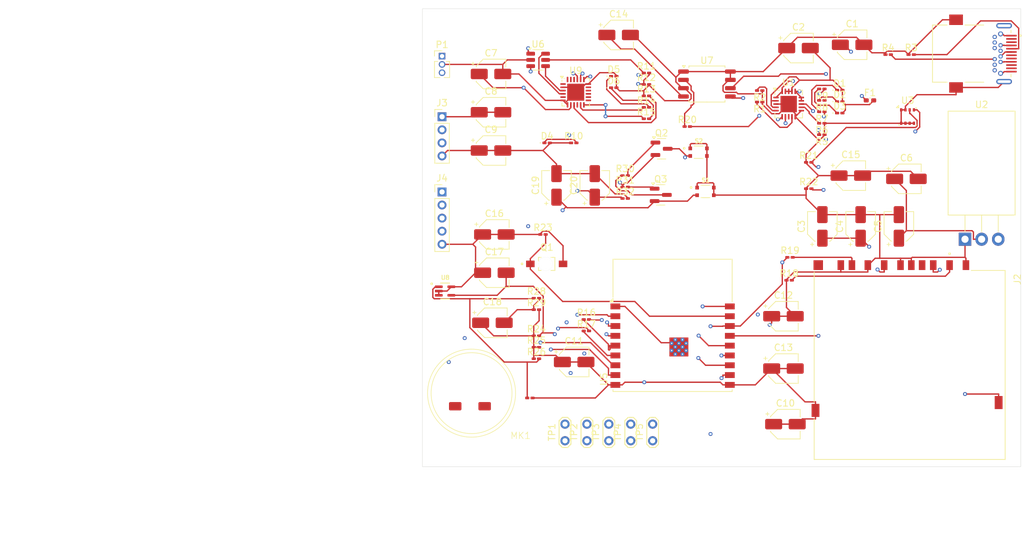
<source format=kicad_pcb>
(kicad_pcb (version 20241229) (generator "pcbnew") (generator_version "9.0")
  (layers (0 "F.Cu" signal) (4 "In1.Cu" signal) (6 "In2.Cu" signal) (2 "B.Cu" signal) (13 "F.Paste" user) (15 "B.Paste" user) (5 "F.SilkS" user "F.Silkscreen") (7 "B.SilkS" user "B.Silkscreen") (1 "F.Mask" user) (3 "B.Mask" user) (25 "Edge.Cuts" user))
  (net 0 "")
  (net 1 "+3.3V")
  (net 2 "Net-(U2-VO)")
  (net 3 "/+5V_USB")
  (net 4 "+5V")
  (net 5 "Net-(U9-VBUS)")
  (net 6 "Net-(U7-GND)")
  (net 7 "/USB_DP")
  (net 8 "Net-(C18-Pad2)")
  (net 9 "/BOOT")
  (net 10 "/EN")
  (net 11 "Net-(D1-K)")
  (net 12 "Net-(D2-K)")
  (net 13 "Net-(D3-K)")
  (net 14 "/PWR_LED")
  (net 15 "Net-(D5-K)")
  (net 16 "Net-(D6-K)")
  (net 17 "/SDA")
  (net 18 "/SCL")
  (net 19 "/GPIO18")
  (net 20 "/GPIO8")
  (net 21 "/GPIO19")
  (net 22 "Net-(Q2-B)")
  (net 23 "/RTS")
  (net 24 "/DTR")
  (net 25 "Net-(Q3-B)")
  (net 26 "Net-(U1-~{TE})")
  (net 27 "Net-(U1-THERM)")
  (net 28 "Net-(J1-CC1)")
  (net 29 "Net-(J1-CC2)")
  (net 30 "Net-(U1-PROG1)")
  (net 31 "Net-(U1-PROG3)")
  (net 32 "Net-(U1-STAT2)")
  (net 33 "Net-(U1-STAT1{slash}~{LBO})")
  (net 34 "Net-(U1-~{PG})")
  (net 35 "/VBUS")
  (net 36 "Net-(U9-~{RST})")
  (net 37 "Net-(U9-~{WAKEUP}{slash}GPIO.3)")
  (net 38 "Net-(U9-RS485{slash}GPIO.2)")
  (net 39 "/SCLK")
  (net 40 "Net-(U5-IO6)")
  (net 41 "Net-(U5-IO7)")
  (net 42 "/MOSI_D1")
  (net 43 "Net-(J2-MMC-DAT{slash}SD-DAT3)")
  (net 44 "Net-(J2-MMC-DAT{slash}SD-DAT0)")
  (net 45 "/MISO_D0")
  (net 46 "Net-(U7-DO{slash}IO_{1})")
  (net 47 "/PHOTO_C")
  (net 48 "Net-(MK1-+)")
  (net 54 "/VBAT")
  (net 56 "/CD_SD")
  (net 57 "/MIC_OUT")
  (net 58 "/RX_TX")
  (net 59 "/TX_RX")
  (net 61 "/USB_DN")
  (net 62 "/USB_D-")
  (net 63 "/USB_D+")
  (footprint "Package_SO:SOIC-8_5.3x5.3mm_P1.27mm" (layer "F.Cu") (at 83.5 93.5)
    (property "Reference" "U7")
    (property "Value" "W25Q32JVSS")
  )
  (footprint "iotboardfootprints:SW_USLPT2819DT2TR" (layer "F.Cu") (at 82.225 103.92)
    (property "Reference" "S2")
    (property "Value" "USLPT2819DT2TR")
  )
  (footprint "Capacitor_SMD:CP_Elec_4x5.4" (layer "F.Cu") (at 95.5 145.5)
    (property "Reference" "C10")
    (property "Value" "10u")
  )
  (footprint "iotboardfootprints:AMPHENOL_GSD09002SEU" (layer "F.Cu") (at 114.5 145.5 -90)
    (property "Reference" "J2")
    (property "Value" "GSD09002SEU")
  )
  (footprint "MICROPHONE:MIC" (layer "F.Cu") (at 58.0134 147.7634)
    (property "Reference" "MK1")
    (property "Value" "Microphone")
  )
  (footprint "Resistor_SMD:R_0201_0603Metric_Pad0.64x0.40mm_HandSolder" (layer "F.Cu") (at 111.2075 89)
    (property "Reference" "R4")
    (property "Value" "5,1K")
  )
  (footprint "Capacitor_SMD:CP_Elec_4x5.4" (layer "F.Cu") (at 107 115.27 90)
    (property "Reference" "C4")
    (property "Value" "10u")
  )
  (footprint "Resistor_SMD:R_0201_0603Metric_Pad0.64x0.40mm_HandSolder" (layer "F.Cu") (at 101.0675 96 180)
    (property "Reference" "R8")
    (property "Value" "1K")
  )
  (footprint "TestPoint:TestPoint_2Pads_Pitch2.54mm_Drill0.8mm" (layer "F.Cu") (at 71.85 148.04 90)
    (property "Reference" "TP4")
    (property "Value" "CS")
  )
  (footprint "Resistor_SMD:R_0201_0603Metric_Pad0.64x0.40mm_HandSolder" (layer "F.Cu") (at 101.0675 94.25 180)
    (property "Reference" "R9")
    (property "Value" "1K")
  )
  (footprint "Resistor_SMD:R_0201_0603Metric_Pad0.64x0.40mm_HandSolder" (layer "F.Cu") (at 57.4325 132)
    (property "Reference" "R24")
    (property "Value" "100K")
  )
  (footprint "Resistor_SMD:R_0201_0603Metric_Pad0.64x0.40mm_HandSolder" (layer "F.Cu") (at 101.0675 97.75 180)
    (property "Reference" "R7")
    (property "Value" "1K")
  )
  (footprint "TestPoint:TestPoint_2Pads_Pitch2.54mm_Drill0.8mm" (layer "F.Cu") (at 68.5 148.04 90)
    (property "Reference" "TP3")
    (property "Value" "SCLK")
  )
  (footprint "LED_SMD:LED_0201_0603Metric_Pad0.64x0.40mm_HandSolder" (layer "F.Cu") (at 69.255 92.3125)
    (property "Reference" "D5")
    (property "Value" "LED")
  )
  (footprint "LED_SMD:LED_0201_0603Metric_Pad0.64x0.40mm_HandSolder" (layer "F.Cu") (at 103.8075 94.4375)
    (property "Reference" "D1")
    (property "Value" "LED")
  )
  (footprint "Capacitor_SMD:CP_Elec_4x5.4" (layer "F.Cu") (at 63.2 136)
    (property "Reference" "C11")
    (property "Value" "0.1u")
  )
  (footprint "Capacitor_SMD:CP_Elec_4x5.4" (layer "F.Cu") (at 60.5 109 90)
    (property "Reference" "C19")
    (property "Value" "C")
  )
  (footprint "Capacitor_SMD:CP_Elec_4x5.4" (layer "F.Cu") (at 66.35 109 90)
    (property "Reference" "C20")
    (property "Value" "C")
  )
  (footprint "Package_TO_SOT_SMD:SOT-23" (layer "F.Cu") (at 76.5625 103.4)
    (property "Reference" "Q2")
    (property "Value" "BC817")
  )
  (footprint "Capacitor_SMD:CP_Elec_4x5.4" (layer "F.Cu") (at 50.4875 91.9625)
    (property "Reference" "C7")
    (property "Value" "1uf")
  )
  (footprint "iotboardfootprints:SOT65P210X110-5N" (layer "F.Cu") (at 43.46 125.15)
    (property "Reference" "U8")
    (property "Value" "MAX4466EXK")
  )
  (footprint "Connector_PinHeader_1.27mm:PinHeader_1x03_P1.27mm_Vertical" (layer "F.Cu") (at 43 89.23)
    (property "Reference" "P1")
    (property "Value" "S3B-PH-SM4-TB" (hide yes))
  )
  (footprint "Resistor_SMD:R_0201_0603Metric_Pad0.64x0.40mm_HandSolder" (layer "F.Cu") (at 71 109.25)
    (property "Reference" "R31")
    (property "Value" "1OK")
  )
  (footprint "TestPoint:TestPoint_2Pads_Pitch2.54mm_Drill0.8mm" (layer "F.Cu") (at 65.15 148.04 90)
    (property "Reference" "TP2")
    (property "Value" "MISO_D0")
  )
  (footprint "Capacitor_SMD:CP_Elec_4x5.4" (layer "F.Cu") (at 50.4875 97.8125)
    (property "Reference" "C8")
    (property "Value" "0.1u")
  )
  (footprint "Connector_PinHeader_2.00mm:PinHeader_1x05_P2.00mm_Vertical" (layer "F.Cu") (at 43 110)
    (property "Reference" "J4")
    (property "Value" "Conn_01x05_Pin" (hide yes))
  )
  (footprint "Resistor_SMD:R_0201_0603Metric_Pad0.64x0.40mm_HandSolder" (layer "F.Cu") (at 71 107.5)
    (property "Reference" "R30")
    (property "Value" "10K")
  )
  (footprint "Capacitor_SMD:CP_Elec_4x5.4" (layer "F.Cu") (at 114 108)
    (property "Reference" "C6")
    (property "Value" "10u")
  )
  (footprint "Connector_PinHeader_2.00mm:PinHeader_1x04_P2.00mm_Vertical" (layer "F.Cu") (at 43 98.5)
    (property "Reference" "J3")
    (property "Value" "Conn_01x04_Pin" (hide yes))
  )
  (footprint "Capacitor_SMD:CP_Elec_4x5.4" (layer "F.Cu") (at 97.5 88)
    (property "Reference" "C2")
    (property "Value" "0.1uf")
  )
  (footprint "Resistor_SMD:R_0201_0603Metric_Pad0.64x0.40mm_HandSolder" (layer "F.Cu") (at 101.0675 101.25 180)
    (property "Reference" "R5")
    (property "Value" "2K")
  )
  (footprint "Resistor_SMD:R_0201_0603Metric_Pad0.64x0.40mm_HandSolder" (layer "F.Cu") (at 56.4325 141.5)
    (property "Reference" "R27" (hide yes))
    (property "Value" "100K")
  )
  (footprint "TestPoint:TestPoint_2Pads_Pitch2.54mm_Drill0.8mm" (layer "F.Cu") (at 61.8 148.04 90)
    (property "Reference" "TP1")
    (property "Value" "MOSI_D1")
  )
  (footprint "Capacitor_SMD:CP_Elec_4x5.4" (layer "F.Cu") (at 50.7 130)
    (property "Reference" "C18")
    (property "Value" "0.1u")
  )
  (footprint "Resistor_SMD:R_0201_0603Metric_Pad0.64x0.40mm_HandSolder" (layer "F.Cu") (at 57.4325 135.5)
    (property "Reference" "R26")
    (property "Value" "100K")
  )
  (footprint "Resistor_SMD:R_0201_0603Metric_Pad0.64x0.40mm_HandSolder" (layer "F.Cu") (at 57.4325 128)
    (property "Reference" "R29")
    (property "Value" "2k")
  )
  (footprint "Resistor_SMD:R_0201_0603Metric_Pad0.64x0.40mm_HandSolder" (layer "F.Cu") (at 74.255 93.5625)
    (property "Reference" "R12")
    (property "Value" "47.5K")
  )
  (footprint "Package_TO_SOT_SMD:SOT-23-6" (layer "F.Cu") (at 57.6875 89.8125)
    (property "Reference" "U6")
    (property "Value" "USBLC6-2SC6")
  )
  (footprint "Resistor_SMD:R_0201_0603Metric_Pad0.64x0.40mm_HandSolder" (layer "F.Cu") (at 74.255 98.8125)
    (property "Reference" "R15")
    (property "Value" "1K")
  )
  (footprint "Fuse:Fuse_0402_1005Metric_Pad0.77x0.64mm_HandSolder" (layer "F.Cu") (at 108.4275 96)
    (property "Reference" "F1")
    (property "Value" "OZCH0110AF2E")
  )
  (footprint "Resistor_SMD:R_0201_0603Metric_Pad0.64x0.40mm_HandSolder" (layer "F.Cu") (at 74.255 91.8125)
    (property "Reference" "R11")
    (property "Value" "22.5K")
  )
  (footprint "iotboardfootprints:SWITCHCRAFT_RAHPCUC31AU1TR" (layer "F.Cu") (at 123.99 88.85 -90)
    (property "Reference" "J1" (hide yes))
    (property "Value" "RAHPCUC31AU1TR")
  )
  (footprint "Package_DFN_QFN:QFN-24-1EP_4x4mm_P0.5mm_EP2.6x2.6mm" (layer "F.Cu") (at 63.4375 94.75)
    (property "Reference" "U9")
    (property "Value" "CP2102N-Axx-xQFN24")
  )
  (footprint "Resistor_SMD:R_0201_0603Metric_Pad0.64x0.40mm_HandSolder" (layer "F.Cu") (at 65.0675 129.5)
    (property "Reference" "R16")
    (property "Value" "R")
  )
  (footprint "Package_LGA:Bosch_LGA-8_2.5x2.5mm_P0.65mm_ClockwisePinNumbering" (layer "F.Cu") (at 114.175 98.475)
    (property "Reference" "U3")
    (property "Value" "BME280")
  )
  (footprint "Capacitor_SMD:CP_Elec_4x5.4" (layer "F.Cu") (at 101.15 115.27 90)
    (property "Reference" "C3")
    (property "Value" "0.1u")
  )
  (footprint "Capacitor_SMD:CP_Elec_4x5.4" (layer "F.Cu") (at 105.5 107.5)
    (property "Reference" "C15")
    (property "Value" "0.1uf")
  )
  (footprint "Resistor_SMD:R_0201_0603Metric_Pad0.64x0.40mm_HandSolder" (layer "F.Cu") (at 71 111)
    (property "Reference" "R32")
    (property "Value" "1OK")
  )
  (footprint "TestPoint:TestPoint_2Pads_Pitch2.54mm_Drill0.8mm" (layer "F.Cu") (at 75.2 148.04 90)
    (property "Reference" "TP5")
    (property "Value" "CS")
  )
  (footprint "Package_TO_SOT_SMD:SOT-23" (layer "F.Cu") (at 76.4375 110.45)
    (property "Reference" "Q3")
    (property "Value" "BC817")
  )
  (footprint "Resistor_SMD:R_0201_0603Metric_Pad0.64x0.40mm_HandSolder" (layer "F.Cu") (at 63.135 102.5)
    (property "Reference" "R10")
    (property "Value" "R")
  )
  (footprint "Capacitor_SMD:CP_Elec_4x5.4" (layer "F.Cu") (at 95.2 129)
    (property "Reference" "C12")
    (property "Value" "0.1u")
  )
  (footprint "Package_DFN_QFN:QFN-20-1EP_4x4mm_P0.5mm_EP2.5x2.5mm" (layer "F.Cu") (at 96 96.5625)
    (property "Reference" "U1")
    (property "Value" "MCP73871")
  )
  (footprint "Resistor_SMD:R_0201_0603Metric_Pad0.64x0.40mm_HandSolder" (layer "F.Cu") (at 99.0675 109.5)
    (property "Reference" "R22")
    (property "Value" "47.5K")
  )
  (footprint "Capacitor_SMD:CP_Elec_4x5.4" (layer "F.Cu") (at 112.85 115.27 90)
    (property "Reference" "C5")
    (property "Value" "0.1u")
  )
  (footprint "Resistor_SMD:R_0201_0603Metric_Pad0.64x0.40mm_HandSolder" (layer "F.Cu") (at 65.0675 131.25)
    (property "Reference" "R17")
    (property "Value" "R")
  )
  (footprint "Resistor_SMD:R_0201_0603Metric_Pad0.64x0.40mm_HandSolder" (layer "F.Cu") (at 96.0675 123.5)
    (property "Reference" "R18")
    (property "Value" "10K")
  )
  (footprint "Package_TO_SOT_THT:TO-220-3_Horizontal_TabDown" (layer "F.Cu") (at 122.96 117.23)
    (property "Reference" "U2")
    (property "Value" "LM1117T-2.5")
  )
  (footprint "Resistor_SMD:R_0201_0603Metric_Pad0.64x0.40mm_HandSolder" (layer "F.Cu") (at 80.5 100)
    (property "Reference" "R20")
    (property "Value" "R")
  )
  (footprint "Resistor_SMD:R_0201_0603Metric_Pad0.64x0.40mm_HandSolder" (layer "F.Cu") (at 101.0675 99.5 180)
    (property "Reference" "R6")
    (property "Value" "2K")
  )
  (footprint "iotboardfootprints:XDCR_TEMT1000" (layer "F.Cu") (at 59 121)
    (property "Reference" "Q1")
    (property "Value" "TEMT1000")
    (fp_arc (start -1.2 0) (mid -0.15 -1.05) (end 0.9 0) (stroke (width 0.01)) (layer "Edge.Cuts"))
    (fp_arc (start 0.9 0) (mid -0.15 1.05) (end -1.2 0) (stroke (width 0.01)) (layer "Edge.Cuts"))
  )
  (footprint "Resistor_SMD:R_0201_0603Metric_Pad0.64x0.40mm_HandSolder" (layer "F.Cu") (at 96.2025 120)
    (property "Reference" "R19")
    (property "Value" "R")
  )
  (footprint "Resistor_SMD:R_0201_0603Metric_Pad0.64x0.40mm_HandSolder" (layer "F.Cu") (at 99.0675 105.475)
    (property "Reference" "R21")
    (property "Value" "47.5K")
  )
  (footprint "Resistor_SMD:R_0201_0603Metric_Pad0.64x0.40mm_HandSolder" (layer "F.Cu") (at 91.5675 94.5 180)
    (property "Reference" "R2")
    (property "Value" "10K")
  )
  (footprint "Resistor_SMD:R_0201_0603Metric_Pad0.64x0.40mm_HandSolder" (layer "F.Cu") (at 74.255 97.0625)
    (property "Reference" "R14")
    (property "Value" "1K")
  )
  (footprint "iotboardfootprints:SW_USLPT2819DT2TR" (layer "F.Cu") (at 83.275 109.92)
    (property "Reference" "S1")
    (property "Value" "USLPT2819DT2TR")
  )
  (footprint "Resistor_SMD:R_0201_0603Metric_Pad0.64x0.40mm_HandSolder" (layer "F.Cu") (at 58.4325 116.5)
    (property "Reference" "R23")
    (property "Value" "1OK")
  )
  (footprint "Resistor_SMD:R_0201_0603Metric_Pad0.64x0.40mm_HandSolder" (layer "F.Cu") (at 114.7325 89)
    (property "Reference" "R3")
    (property "Value" "5,1K")
  )
  (footprint "Resistor_SMD:R_0201_0603Metric_Pad0.64x0.40mm_HandSolder" (layer "F.Cu") (at 91.5675 96.25 180)
    (property "Reference" "R1")
    (property "Value" "10K")
  )
  (footprint "Resistor_SMD:R_0201_0603Metric_Pad0.64x0.40mm_HandSolder" (layer "F.Cu") (at 57.4325 133.75)
    (property "Reference" "R25")
    (property "Value" "100K")
  )
  (footprint "Capacitor_SMD:CP_Elec_4x5.4" (layer "F.Cu") (at 51 116.5)
    (property "Reference" "C16")
    (property "Value" "0.1u")
  )
  (footprint "LED_SMD:LED_0201_0603Metric_Pad0.64x0.40mm_HandSolder" (layer "F.Cu") (at 103.8075 96.1875)
    (property "Reference" "D2")
    (property "Value" "LED")
  )
  (footprint "Resistor_SMD:R_0201_0603Metric_Pad0.64x0.40mm_HandSolder" (layer "F.Cu") (at 57.4325 126.25)
    (property "Reference" "R28")
    (property "Value" "2k")
  )
  (footprint "Capacitor_SMD:CP_Elec_4x5.4" (layer "F.Cu") (at 50.4875 103.6625)
    (property "Reference" "C9")
    (property "Value" "10u")
  )
  (footprint "Capacitor_SMD:CP_Elec_4x5.4" (layer "F.Cu") (at 95.2 137)
    (property "Reference" "C13")
    (property "Value" "10u")
  )
  (footprint "LED_SMD:LED_0201_0603Metric_Pad0.64x0.40mm_HandSolder" (layer "F.Cu") (at 59.0675 102.5)
    (property "Reference" "D4")
    (property "Value" "LED")
  )
  (footprint "Resistor_SMD:R_0201_0603Metric_Pad0.64x0.40mm_HandSolder" (layer "F.Cu") (at 74.255 95.3125)
    (property "Reference" "R13")
    (property "Value" "1K")
  )
  (footprint "Capacitor_SMD:CP_Elec_4x5.4" (layer "F.Cu") (at 51 122.35)
    (property "Reference" "C17")
    (property "Value" "0.1u")
  )
  (footprint "RF_Module:ESP32-C3-WROOM-02" (layer "F.Cu") (at 78.25 133.5)
    (property "Reference" "U5")
    (property "Value" "ESP32-C3-WROOM-02")
  )
  (footprint "LED_SMD:LED_0201_0603Metric_Pad0.64x0.40mm_HandSolder" (layer "F.Cu") (at 69.255 94.0625)
    (property "Reference" "D6")
    (property "Value" "LED")
  )
  (footprint "LED_SMD:LED_0201_0603Metric_Pad0.64x0.40mm_HandSolder" (layer "F.Cu") (at 103.8075 97.9375)
    (property "Reference" "D3")
    (property "Value" "LED")
  )
  (footprint "Capacitor_SMD:CP_Elec_4x5.4" (layer "F.Cu") (at 105.7 87.5)
    (property "Reference" "C1")
    (property "Value" "0.1uf")
  )
  (footprint "Capacitor_SMD:CP_Elec_4x5.4" (layer "F.Cu") (at 70 86)
    (property "Reference" "C14")
    (property "Value" "0.1u")
  )
  (gr_rect (start 40 82) (end 131.5 152) (stroke (width 0.05)) (fill no) (layer "Edge.Cuts"))
  (segment (start 85.9627 93.7489) (end 86.8466 92.865) (width 0.2) (layer "F.Cu") (net 1))
  (segment (start 121.59 95.1267) (end 115.6216 95.1267) (width 0.2) (layer "F.Cu") (net 1))
  (segment (start 128.94 93.125) (end 128.04 94.025) (width 0.2) (layer "F.Cu") (net 1))
  (segment (start 98.66 104.2157) (end 100.657 102.2187) (width 0.2) (layer "F.Cu") (net 1))
  (segment (start 66.35 107.2) (end 69.4497 110.2997) (width 0.2) (layer "F.Cu") (net 1))
  (segment (start 87.0875 91.595) (end 87.0875 92.865) (width 0.2) (layer "F.Cu") (net 1))
  (segment (start 113.1 120.2391) (end 113.1 120.1398) (width 0.2) (layer "F.Cu") (net 1))
  (segment (start 98.66 109.3965) (end 100.5565 107.5) (width 0.2) (layer "F.Cu") (net 1))
  (segment (start 79.9125 94.135) (end 79.7127 94.135) (width 0.2) (layer "F.Cu") (net 1))
  (segment (start 86.8466 92.865) (end 87.0875 92.865) (width 0.2) (layer "F.Cu") (net 1))
  (segment (start 130.06 86.1) (end 128.9583 86.1) (width 0.2) (layer "F.Cu") (net 1))
  (segment (start 69.4497 110.2997) (end 70.7825 110.2997) (width 0.2) (layer "F.Cu") (net 1))
  (segment (start 93.4 130.009) (end 93.4 129) (width 0.2) (layer "F.Cu") (net 1))
  (segment (start 66.35 107.2) (end 60.5 107.2) (width 0.2) (layer "F.Cu") (net 1))
  (segment (start 97.2391 98.2609) (end 96.153 97.1748) (width 0.2) (layer "F.Cu") (net 1))
  (segment (start 86.1865 94.77) (end 85.9627 94.5462) (width 0.2) (layer "F.Cu") (net 1))
  (segment (start 52.8 116.5) (end 49.2 116.5) (width 0.2) (layer "F.Cu") (net 1))
  (segment (start 95.66 123.4033) (end 96.8216 122.2417) (width 0.2) (layer "F.Cu") (net 1))
  (segment (start 84.55 110.4788) (end 98.66 110.4788) (width 0.2) (layer "F.Cu") (net 1))
  (segment (start 83.5 108.603) (end 83.5 105.0867) (width 0.2) (layer "F.Cu") (net 1))
  (segment (start 82 109.34) (end 82 108.7533) (width 0.2) (layer "F.Cu") (net 1))
  (segment (start 61.4 136) (end 65 136) (width 0.2) (layer "F.Cu") (net 1))
  (segment (start 58.025 116.5) (end 52.8 116.5) (width 0.2) (layer "F.Cu") (net 1))
  (segment (start 95.66 123.5) (end 95.66 123.4033) (width 0.2) (layer "F.Cu") (net 1))
  (segment (start 97.2391 98.2609) (end 97 98.5) (width 0.2) (layer "F.Cu") (net 1))
  (segment (start 101.475 101.3253) (end 100.657 102.1433) (width 0.2) (layer "F.Cu") (net 1))
  (segment (start 43.8375 103.6625) (end 43 104.5) (width 0.2) (layer "F.Cu") (net 1))
  (segment (start 65.375 93.5) (end 64.9375 93.5) (width 0.2) (layer "F.Cu") (net 1))
  (segment (start 58.4167 115.992) (end 58.025 116.3837) (width 0.2) (layer "F.Cu") (net 1))
  (segment (start 100.1 144.7017) (end 98.0983 144.7017) (width 0.2) (layer "F.Cu") (net 1))
  (segment (start 103.9715 122.2417) (end 108.1 122.2417) (width 0.2) (layer "F.Cu") (net 1))
  (segment (start 85.9627 94.5462) (end 85.9627 93.7489) (width 0.2) (layer "F.Cu") (net 1))
  (segment (start 113.85 97.45) (end 113.2 97.45) (width 0.2) (layer "F.Cu") (net 1))
  (segment (start 113.2 99.5) (end 113.2 97.45) (width 0.2) (layer "F.Cu") (net 1))
  (segment (start 79.21 133.7) (end 78.66 133.7) (width 0.2) (layer "F.Cu") (net 1))
  (segment (start 57.025 133.75) (end 57.025 132) (width 0.2) (layer "F.Cu") (net 1))
  (segment (start 115.8 108) (end 114.6402 106.8402) (width 0.2) (layer "F.Cu") (net 1))
  (segment (start 84.55 108.7533) (end 84.3997 108.603) (width 0.2) (layer "F.Cu") (net 1))
  (segment (start 88.2419 95.0021) (end 88.0098 94.77) (width 0.2) (layer "F.Cu") (net 1))
  (segment (start 52.975 89.8125) (end 52.2875 90.5) (width 0.2) (layer "F.Cu") (net 1))
  (segment (start 85.542 139.0937) (end 73.9182 139.0937) (width 0.2) (layer "F.Cu") (net 1))
  (segment (start 103.97 122.2402) (end 103.97 122.2417) (width 0.2) (layer "F.Cu") (net 1))
  (segment (start 88.0098 94.77) (end 86.1865 94.77) (width 0.2) (layer "F.Cu") (net 1))
  (segment (start 58.025 116.3837) (end 58.025 116.5) (width 0.2) (layer "F.Cu") (net 1))
  (segment (start 79.6301 91.595) (end 79.9125 91.595) (width 0.2) (layer "F.Cu") (net 1))
  (segment (start 57.84 129.6996) (end 57.025 130.5146) (width 0.2) (layer "F.Cu") (net 1))
  (segment (start 83.5 104.7933) (end 83.5 104.5) (width 0.2) (layer "F.Cu") (net 1))
  (segment (start 70.9581 127.5) (end 76.5083 133.0502) (width 0.2) (layer "F.Cu") (net 1))
  (segment (start 43 118) (end 47.7 118) (width 0.2) (layer "F.Cu") (net 1))
  (segment (start 48.6875 103.6625) (end 43.8375 103.6625) (width 0.2) (layer "F.Cu") (net 1))
  (segment (start 101.475 99.5) (end 113.2 99.5) (width 0.2) (layer "F.Cu") (net 1))
  (segment (start 100.1 142.0983) (end 98.4983 142.0983) (width 0.2) (layer "F.Cu") (net 1))
  (segment (start 83.5 102.7533) (end 83.3499 102.6032) (width 0.2) (layer "F.Cu") (net 1))
  (segment (start 61.8438 96.3437) (end 62.1875 96.6875) (width 0.2) (layer "F.Cu") (net 1))
  (segment (start 44.42 124.5) (end 45.975 124.5) (width 0.2) (layer "F.Cu") (net 1))
  (segment (start 80.1123 94.135) (end 79.9125 94.135) (width 0.2) (layer "F.Cu") (net 1))
  (segment (start 70.7825 110.2997) (end 71.4075 110.9247) (width 0.2) (layer "F.Cu") (net 1))
  (segment (start 59.475 102.6129) (end 58.4254 103.6625) (width 0.2) (layer "F.Cu") (net 1))
  (segment (start 48.125 118.425) (end 47.7 118) (width 0.2) (layer "F.Cu") (net 1))
  (segment (start 73.8475 94.5911) (end 73.8475 95.3125) (width 0.2) (layer "F.Cu") (net 1))
  (segment (start 100.5565 107.5) (end 103.7 107.5) (width 0.2) (layer "F.Cu") (net 1))
  (segment (start 57.025 130.5146) (end 57.025 132) (width 0.2) (layer "F.Cu") (net 1))
  (segment (start 81.0755 95.745) (end 81.0755 95.0982) (width 0.2) (layer "F.Cu") (net 1))
  (segment (start 87 139.5) (end 90.9 139.5) (width 0.2) (layer "F.Cu") (net 1))
  (segment (start 94.5267 98.0358) (end 93.4102 98.0358) (width 0.2) (layer "F.Cu") (net 1))
  (segment (start 100.657 102.1434) (end 100.657 102.1433) (width 0.2) (layer "F.Cu") (net 1))
  (segment (start 107 113.47) (end 101.15 113.47) (width 0.2) (layer "F.Cu") (net 1))
  (segment (start 84.3997 108.603) (end 83.5 108.603) (width 0.2) (layer "F.Cu") (net 1))
  (segment (start 45.975 124.5) (end 48.125 122.35) (width 0.2) (layer "F.Cu") (net 1))
  (segment (start 71.8 86) (end 72.2885 86) (width 0.2) (layer "F.Cu") (net 1))
  (segment (start 103.97 121.19) (end 103.97 122.1408) (width 0.2) (layer "F.Cu") (net 1))
  (segment (start 128.6933 85.835) (end 128.9583 86.1) (width 0.2) (layer "F.Cu") (net 1))
  (segment (start 42.5 125.8) (end 42.5 125.15) (width 0.2) (layer "F.Cu") (net 1))
  (segment (start 119.5178 83.675) (end 121.59 83.675) (width 0.2) (layer "F.Cu") (net 1))
  (segment (start 84.55 109.34) (end 84.55 108.7533) (width 0.2) (layer "F.Cu") (net 1))
  (segment (start 69.6625 92.1787) (end 69.2477 91.7639) (width 0.2) (layer "F.Cu") (net 1))
  (segment (start 100.657 102.1433) (end 97.0136 98.5) (width 0.2) (layer "F.Cu") (net 1))
  (segment (start 60.5 105.7371) (end 60.5 107.2) (width 0.2) (layer "F.Cu") (net 1))
  (segment (start 70.958 139.0937) (end 70.5517 139.5) (width 0.2) (layer "F.Cu") (net 1))
  (segment (start 48.125 122.35) (end 48.125 118.425) (width 0.2) (layer "F.Cu") (net 1))
  (segment (start 60.3872 134.9872) (end 61.4 136) (width 0.2) (layer "F.Cu") (net 1))
  (segment (start 114.2589 88.9339) (end 119.5178 83.675) (width 0.2) (layer "F.Cu") (net 1))
  (segment (start 74.6625 93.6693) (end 74.6625 93.5625) (width 0.2) (layer "F.Cu") (net 1))
  (segment (start 112.85 113.47) (end 109.925 113.47) (width 0.2) (layer "F.Cu") (net 1))
  (segment (start 82.1503 108.603) (end 82 108.7533) (width 0.2) (layer "F.Cu") (net 1))
  (segment (start 122.96 117.23) (end 122.96 119.9983) (width 0.2) (layer "F.Cu") (net 1))
  (segment (start 106.3585 86.3585) (end 97.3415 86.3585) (width 0.2) (layer "F.Cu") (net 1))
  (segment (start 69.6625 92.3125) (end 69.6625 94.0625) (width 0.2) (layer "F.Cu") (net 1))
  (segment (start 128.6933 91.865) (end 128.9583 91.6) (width 0.2) (layer "F.Cu") (net 1))
  (segment (start 48.125 122.35) (end 49.2 122.35) (width 0.2) (layer "F.Cu") (net 1))
  (segment (start 67.1111 91.7639) (end 65.375 93.5) (width 0.2) (layer "F.Cu") (net 1))
  (segment (start 97.0136 98.5) (end 97 98.5) (width 0.2) (layer "F.Cu") (net 1))
  (segment (start 113.85 99.5) (end 114.5 99.5) (width 0.2) (layer "F.Cu") (net 1))
  (segment (start 98.4983 142.0983) (end 93.4 137) (width 0.2) (layer "F.Cu") (net 1))
  (segment (start 114.75 121.19) (end 114.75 120.1398) (width 0.2) (layer "F.Cu") (net 1))
  (segment (start 65 136) (end 65 136.0517) (width 0.2) (layer "F.Cu") (net 1))
  (segment (start 122.96 119.9983) (end 123.1 120.1383) (width 0.2) (layer "F.Cu") (net 1))
  (segment (start 103.97 122.2402) (end 103.9715 122.2417) (width 0.2) (layer "F.Cu") (net 1))
  (segment (start 91.975 95.0021) (end 91.975 94.5) (width 0.2) (layer "F.Cu") (net 1))
  (segment (start 128.04 94.025) (end 121.59 94.025) (width 0.2) (layer "F.Cu") (net 1))
  (segment (start 96 97.1748) (end 95.3877 97.1748) (width 0.2) (layer "F.Cu") (net 1))
  (segment (start 93.4102 98.0358) (end 91.975 96.6006) (width 0.2) (layer "F.Cu") (net 1))
  (segment (start 121.59 94.025) (end 121.59 95.1267) (width 0.2) (layer "F.Cu") (net 1))
  (segment (start 50.9 132) (end 57.025 132) (width 0.2) (layer "F.Cu") (net 1))
  (segment (start 113.1 121.19) (end 113.1 120.2391) (width 0.2) (layer "F.Cu") (net 1))
  (segment (start 92.105 91.595) (end 87.0875 91.595) (width 0.2) (layer "F.Cu") (net 1))
  (segment (start 107.9598 106.8402) (end 107.3 107.5) (width 0.2) (layer "F.Cu") (net 1))
  (segment (start 113.2 99.5) (end 113.85 99.5) (width 0.2) (layer "F.Cu") (net 1))
  (segment (start 83.5 104.7933) (end 83.5 105.0867) (width 0.2) (layer "F.Cu") (net 1))
  (segment (start 73.7941 94.5377) (end 74.6625 93.6693) (width 0.2) (layer "F.Cu") (net 1))
  (segment (start 76.5083 133.0502) (end 78.2098 133.0502) (width 0.2) (layer "F.Cu") (net 1))
  (segment (start 84.55 110.4788) (end 84.55 109.34) (width 0.2) (layer "F.Cu") (net 1))
  (segment (start 69.6625 92.3125) (end 69.6625 92.1787) (width 0.2) (layer "F.Cu") (net 1))
  (segment (start 83.3499 102.6032) (end 81.1001 102.6032) (width 0.2) (layer "F.Cu") (net 1))
  (segment (start 74.6625 93.6693) (end 77.036 96.0428) (width 0.2) (layer "F.Cu") (net 1))
  (segment (start 113.1 120.1398) (end 114.75 120.1398) (width 0.2) (layer "F.Cu") (net 1))
  (segment (start 62.6875 94) (end 61.5 94) (width 0.2) (layer "F.Cu") (net 1))
  (segment (start 115.6216 95.1267) (end 113.85 96.8983) (width 0.2) (layer "F.Cu") (net 1))
  (segment (start 91.975 95.0021) (end 88.2419 95.0021) (width 0.2) (layer "F.Cu") (net 1))
  (segment (start 113.1 120.1398) (end 113.1 120.1383) (width 0.2) (layer "F.Cu") (net 1))
  (segment (start 111.0502 88.4713) (end 113.7963 88.4713) (width 0.2) (layer "F.Cu") (net 1))
  (segment (start 52.2875 90.5) (end 52.2875 91.9625) (width 0.2) (layer "F.Cu") (net 1))
  (segment (start 109.925 120.1383) (end 109.925 113.47) (width 0.2) (layer "F.Cu") (net 1))
  (segment (start 97.3 145.5) (end 93.7 145.5) (width 0.2) (layer "F.Cu") (net 1))
  (segment (start 65 136.0517) (end 68.4483 139.5) (width 0.2) (layer "F.Cu") (net 1))
  (segment (start 43 98.5) (end 48 98.5) (width 0.2) (layer "F.Cu") (net 1))
  (segment (start 85.9483 139.5) (end 85.542 139.0937) (width 0.2) (layer "F.Cu") (net 1))
  (segment (start 91.975 96.25) (end 91.975 95.0021) (width 0.2) (layer "F.Cu") (net 1))
  (segment (start 57.025 134.9872) (end 60.3872 134.9872) (width 0.2) (layer "F.Cu") (net 1))
  (segment (start 93.092 130.317) (end 93.4 130.009) (width 0.2) (layer "F.Cu") (net 1))
  (segment (start 77.036 96.0428) (end 80.7777 96.0428) (width 0.2) (layer "F.Cu") (net 1))
  (segment (start 98.66 110.4788) (end 98.66 109.5) (width 0.2) (layer "F.Cu") (net 1))
  (segment (start 43.77 125.15) (end 44.42 124.5) (width 0.2) (layer "F.Cu") (net 1))
  (segment (start 128.4 91.865) (end 128.6933 91.865) (width 0.2) (layer "F.Cu") (net 1))
  (segment (start 97.3415 86.3585) (end 95.7 88) (width 0.2) (layer "F.Cu") (net 1))
  (segment (start 98.66 110.98) (end 98.66 110.4788) (width 0.2) (layer "F.Cu") (net 1))
  (segment (start 84.55 110.5) (end 84.55 110.4788) (width 0.2) (layer "F.Cu") (net 1))
  (segment (start 64.9375 93.5) (end 63.6875 94.75) (width 0.2) (layer "F.Cu") (net 1))
  (segment (start 42.5 125.15) (end 43.77 125.15) (width 0.2) (layer "F.Cu") (net 1))
  (segment (start 69.2477 91.7639) (end 67.1111 91.7639) (width 0.2) (layer "F.Cu") (net 1))
  (segment (start 108.1 121.19) (end 108.1 121.2578) (width 0.2) (layer "F.Cu") (net 1))
  (segment (start 80.95 103.34) (end 80.95 102.7533) (width 0.2) (layer "F.Cu") (net 1))
  (segment (start 95.3877 97.1748) (end 94.5267 98.0358) (width 0.2) (layer "F.Cu") (net 1))
  (segment (start 107.5 87.5) (end 106.3585 86.3585) (width 0.2) (layer "F.Cu") (net 1))
  (segment (start 108.1 121.324) (end 108.1 122.2417) (width 0.2) (layer "F.Cu") (net 1))
  (segment (start 114.89 119.9983) (end 114.75 120.1383) (width 0.2) (layer "F.Cu") (net 1))
  (segment (start 130.06 91.6) (end 128.9583 91.6) (width 0.2) (layer "F.Cu") (net 1))
  (segment (start 70.1377 94.5377) (end 73.7941 94.5377) (width 0.2) (layer "F.Cu") (net 1))
  (segment (start 66.4483 141.5) (end 68.4483 139.5) (width 0.2) (layer "F.Cu") (net 1))
  (segment (start 58.4254 103.6625) (end 60.5 105.7371) (width 0.2) (layer "F.Cu") (net 1))
  (segment (start 58.4254 103.6625) (end 52.2875 103.6625) (width 0.2) (layer "F.Cu") (net 1))
  (segment (start 96.8216 122.2417) (end 103.97 122.2417) (width 0.2) (layer "F.Cu") (net 1))
  (segment (start 108.1 121.324) (end 108.1 121.2578) (width 0.2) (layer "F.Cu") (net 1))
  (segment (start 97 137) (end 93.4 137) (width 0.2) (layer "F.Cu") (net 1))
  (segment (start 79.76 133.7) (end 79.21 133.7) (width 0.2) (layer "F.Cu") (net 1))
  (segment (start 73.9182 139.0937) (end 70.958 139.0937) (width 0.2) (layer "F.Cu") (net 1))
  (segment (start 97.9375 97.5625) (end 97.2391 98.2609) (width 0.2) (layer "F.Cu") (net 1))
  (segment (start 128.4 85.835) (end 128.6933 85.835) (width 0.2) (layer "F.Cu") (net 1))
  (segment (start 113.7963 88.4713) (end 114.2589 88.9339) (width 0.2) (layer "F.Cu") (net 1))
  (segment (start 78.7568 93.1791) (end 78.7568 92.4683) (width 0.2) (layer "F.Cu") (net 1))
  (segment (start 47.7 118) (end 49.2 116.5) (width 0.2) (layer "F.Cu") (net 1))
  (segment (start 48.9 130) (end 50.9 132) (width 0.2) (layer "F.Cu") (net 1))
  (segment (start 97 129) (end 93.4 129) (width 0.2) (layer "F.Cu") (net 1))
  (segment (start 57.84 133.75) (end 57.025 133.75) (width 0.2) (layer "F.Cu") (net 1))
  (segment (start 91.975 96.6006) (end 91.975 96.25) (width 0.2) (layer "F.Cu") (net 1))
  (segment (start 61.5 121) (end 61.5 118.2266) (width 0.2) (layer "F.Cu") (net 1))
  (segment (start 114.75 120.1398) (end 114.75 120.1383) (width 0.2) (layer "F.Cu") (net 1))
  (segment (start 98.66 109.5) (end 98.66 109.3965) (width 0.2) (layer "F.Cu") (net 1))
  (segment (start 98.66 105.6035) (end 100.5565 107.5) (width 0.2) (layer "F.Cu") (net 1))
  (segment (start 54.7554 91.9625) (end 58.7929 96) (width 0.2) (layer "F.Cu") (net 1))
  (segment (start 114.6402 106.8402) (end 107.9598 106.8402) (width 0.2) (layer "F.Cu") (net 1))
  (segment (start 81.0755 95.0982) (end 80.1123 94.135) (width 0.2) (layer "F.Cu") (net 1))
  (segment (start 57.025 134.9872) (end 57.025 133.75) (width 0.2) (layer "F.Cu") (net 1))
  (segment (start 95.66 127.66) (end 97 129) (width 0.2) (layer "F.Cu") (net 1))
  (segment (start 61.5 96) (end 61.8438 96.3437) (width 0.2) (layer "F.Cu") (net 1))
  (segment (start 109.925 113.47) (end 107 113.47) (width 0.2) (layer "F.Cu") (net 1))
  (segment (start 83.5 104.5) (end 83.5 103.34) (width 0.2) (layer "F.Cu") (net 1))
  (segment (start 57.025 135.5) (end 57.025 134.9872) (width 0.2) (layer "F.Cu") (net 1))
  (segment (start 81.1001 102.6032) (end 80.95 102.7533) (width 0.2) (layer "F.Cu") (net 1))
  (segment (start 108.7215 88.7215) (end 107.5 87.5) (width 0.2) (layer "F.Cu") (net 1))
  (segment (start 90.9 139.5) (end 93.4 137) (width 0.2) (layer "F.Cu") (net 1))
  (segment (start 114.2589 88.9339) (end 114.325 89) (width 0.2) (layer "F.Cu") (net 1))
  (segment (start 100.1 143.4) (end 100.1 142.0983) (width 0.2) (layer "F.Cu") (net 1))
  (segment (start 98.0983 144.7017) (end 97.3 145.5) (width 0.2) (layer "F.Cu") (net 1))
  (segment (start 52.2875 97.8125) (end 48.6875 97.8125) (width 0.2) (layer "F.Cu") (net 1))
  (segment (start 100.1 143.4) (end 100.1 144.7017) (width 0.2) (layer "F.Cu") (net 1))
  (segment (start 128.1 142.2) (end 128.1 140.8983) (width 0.2) (layer "F.Cu") (net 1))
  (segment (start 78.2098 133.0502) (end 78.66 132.6) (width 0.2) (layer "F.Cu") (net 1))
  (segment (start 59.475 102.5) (end 59.475 102.6129) (width 0.2) (layer "F.Cu") (net 1))
  (segment (start 52.2875 90.5) (end 43 90.5) (width 0.2) (layer "F.Cu") (net 1))
  (segment (start 63.4375 94.75) (end 62.6875 94) (width 0.2) (layer "F.Cu") (net 1))
  (segment (start 87.0875 91.595) (end 79.9125 91.595) (width 0.2) (layer "F.Cu") (net 1))
  (segment (start 61.5 118.2266) (end 59.2654 115.992) (width 0.2) (layer "F.Cu") (net 1))
  (segment (start 57.84 128) (end 57.84 129.6996) (width 0.2) (layer "F.Cu") (net 1))
  (segment (start 123.1 121.19) (end 123.1 120.1383) (width 0.2) (layer "F.Cu") (net 1))
  (segment (start 98.66 105.475) (end 98.66 105.6035) (width 0.2) (layer "F.Cu") (net 1))
  (segment (start 83.5 103.34) (end 83.5 102.7533) (width 0.2) (layer "F.Cu") (net 1))
  (segment (start 96 96.5625) (end 96 97.1748) (width 0.2) (layer "F.Cu") (net 1))
  (segment (start 108.1 121.2578) (end 109.2195 120.1383) (width 0.2) (layer "F.Cu") (net 1))
  (segment (start 73.7941 94.5377) (end 73.8475 94.5911) (width 0.2) (layer "F.Cu") (net 1))
  (segment (start 69.5 127.5) (end 70.9581 127.5) (width 0.2) (layer "F.Cu") (net 1))
  (segment (start 110.8 88.7215) (end 108.7215 88.7215) (width 0.2) (layer "F.Cu") (net 1))
  (segment (start 113.85 97.45) (end 113.85 96.8983) (width 0.2) (layer "F.Cu") (net 1))
  (segment (start 56.55 89.8125) (end 52.975 89.8125) (width 0.2) (layer "F.Cu") (net 1))
  (segment (start 87 139.5) (end 85.9483 139.5) (width 0.2) (layer "F.Cu") (net 1))
  (segment (start 59.2654 115.992) (end 58.4167 115.992) (width 0.2) (layer "F.Cu") (net 1))
  (segment (start 69.5 139.5) (end 70.5517 139.5) (width 0.2) (layer "F.Cu") (net 1))
  (segment (start 52.2875 91.9625) (end 54.7554 91.9625) (width 0.2) (layer "F.Cu") (net 1))
  (segment (start 69.5 139.5) (end 68.4483 139.5) (width 0.2) (layer "F.Cu") (net 1))
  (segment (start 78.7568 92.4683) (end 79.6301 91.595) (width 0.2) (layer "F.Cu") (net 1))
  (segment (start 96 96.5625) (end 94.0625 96.5625) (width 0.2) (layer "F.Cu") (net 1))
  (segment (start 109.925 120.1383) (end 113.1 120.1383) (width 0.2) (layer "F.Cu") (net 1))
  (segment (start 69.6625 94.0625) (end 70.1377 94.5377) (width 0.2) (layer "F.Cu") (net 1))
  (segment (start 58.7929 96) (end 61.5 96) (width 0.2) (layer "F.Cu") (net 1))
  (segment (start 63.6875 94.75) (end 63.4375 94.75) (width 0.2) (layer "F.Cu") (net 1))
  (segment (start 79.7127 94.135) (end 78.7568 93.1791) (width 0.2) (layer "F.Cu") (net 1))
  (segment (start 107.3 107.5) (end 103.7 107.5) (width 0.2) (layer "F.Cu") (net 1))
  (segment (start 103.97 122.1408) (end 103.97 122.2402) (width 0.2) (layer "F.Cu") (net 1))
  (segment (start 122.96 119.9983) (end 114.89 119.9983) (width 0.2) (layer "F.Cu") (net 1))
  (segment (start 95.66 123.5) (end 95.66 127.66) (width 0.2) (layer "F.Cu") (net 1))
  (segment (start 83.5 108.603) (end 82.1503 108.603) (width 0.2) (layer "F.Cu") (net 1))
  (segment (start 101.475 101.25) (end 101.475 101.3253) (width 0.2) (layer "F.Cu") (net 1))
  (segment (start 110.8 88.7215) (end 111.0502 88.4713) (width 0.2) (layer "F.Cu") (net 1))
  (segment (start 72.2885 86) (end 78.7568 92.4683) (width 0.2) (layer "F.Cu") (net 1))
  (segment (start 100.657 102.2187) (end 100.657 102.1434) (width 0.2) (layer "F.Cu") (net 1))
  (segment (start 71.4075 110.9247) (end 71.4075 111) (width 0.2) (layer "F.Cu") (net 1))
  (segment (start 52.2875 103.6625) (end 48.6875 103.6625) (width 0.2) (layer "F.Cu") (net 1))
  (segment (start 101.15 113.47) (end 98.66 110.98) (width 0.2) (layer "F.Cu") (net 1))
  (segment (start 101.475 101.25) (end 101.475 99.5) (width 0.2) (layer "F.Cu") (net 1))
  (segment (start 110.8 88.7215) (end 110.8 89) (width 0.2) (layer "F.Cu") (net 1))
  (segment (start 56.84 141.5) (end 66.4483 141.5) (width 0.2) (layer "F.Cu") (net 1))
  (segment (start 98.66 105.475) (end 98.66 104.2157) (width 0.2) (layer "F.Cu") (net 1))
  (segment (start 48 98.5) (end 48.6875 97.8125) (width 0.2) (layer "F.Cu") (net 1))
  (segment (start 109.2195 120.1383) (end 109.925 120.1383) (width 0.2) (layer "F.Cu") (net 1))
  (segment (start 61.8438 96.3437) (end 63.4375 94.75) (width 0.2) (layer "F.Cu") (net 1))
  (segment (start 80.7777 96.0428) (end 81.0755 95.745) (width 0.2) (layer "F.Cu") (net 1))
  (segment (start 96.153 97.1748) (end 96 97.1748) (width 0.2) (layer "F.Cu") (net 1))
  (segment (start 62.7275 102.5) (end 59.475 102.5) (width 0.2) (layer "F.Cu") (net 1))
  (segment (start 114.5 99.5) (end 115.15 99.5) (width 0.2) (layer "F.Cu") (net 1))
  (segment (start 128.1 140.8983) (end 122.96 140.8983) (width 0.2) (layer "F.Cu") (net 1))
  (segment (start 95.7 88) (end 92.105 91.595) (width 0.2) (layer "F.Cu") (net 1))
  (via (at 93.092 130.317) (size 0.6) (drill 0.3) (layers "F.Cu" "B.Cu") (net 1))
  (via (at 73.9182 139.0937) (size 0.6) (drill 0.3) (layers "F.Cu" "B.Cu") (net 1))
  (via (at 122.96 140.8983) (size 0.6) (drill 0.3) (layers "F.Cu" "B.Cu") (net 1))
  (segment (start 113.9917 115.9283) (end 112.85 117.07) (width 0.2) (layer "F.Cu") (net 2))
  (segment (start 113.9917 115.9283) (end 113.9917 109.7917) (width 0.2) (layer "F.Cu") (net 2))
  (segment (start 113.9917 109.7917) (end 112.2 108) (width 0.2) (layer "F.Cu") (net 2))
  (segment (start 124.0415 115.9283) (end 113.9917 115.9283) (width 0.2) (layer "F.Cu") (net 2))
  (segment (start 124.2458 117.23) (end 124.2458 116.1326) (width 0.2) (layer "F.Cu") (net 2))
  (segment (start 124.2458 116.1326) (end 124.0415 115.9283) (width 0.2) (layer "F.Cu") (net 2))
  (segment (start 125.5 117.23) (end 124.2458 117.23) (width 0.2) (layer "F.Cu") (net 2))
  (segment (start 104.215 97.9375) (end 104.6681 97.4844) (width 0.2) (layer "F.Cu") (net 3))
  (segment (start 102.3298 92.9097) (end 97.6499 92.9097) (width 0.2) (layer "F.Cu") (net 3))
  (segment (start 96.0904 92.4079) (end 93.333 95.1653) (width 0.2) (layer "F.Cu") (net 3))
  (segment (start 97.1481 92.4079) (end 96.0904 92.4079) (width 0.2) (layer "F.Cu") (net 3))
  (segment (start 96.5 94.0597) (end 96.5 94.625) (width 0.2) (layer "F.Cu") (net 3))
  (segment (start 94.0625 96.0625) (end 93.333 96.0625) (width 0.2) (layer "F.Cu") (net 3))
  (segment (start 104.215 96.1875) (end 104.215 94.4375) (width 0.2) (layer "F.Cu") (net 3))
  (segment (start 97.6499 92.9097) (end 97.1481 92.4079) (width 0.2) (layer "F.Cu") (net 3))
  (segment (start 104.6681 96.6406) (end 104.215 96.1875) (width 0.2) (layer "F.Cu") (net 3))
  (segment (start 108.3594 96.6406) (end 104.6681 96.6406) (width 0.2) (layer "F.Cu") (net 3))
  (segment (start 104.215 94.3468) (end 102.7779 92.9097) (width 0.2) (layer "F.Cu") (net 3))
  (segment (start 104.6681 97.4844) (end 104.6681 96.6406) (width 0.2) (layer "F.Cu") (net 3))
  (segment (start 99.3 88) (end 102.3298 91.0298) (width 0.2) (layer "F.Cu") (net 3))
  (segment (start 93.333 96.0625) (end 93.333 96.7985) (width 0.2) (layer "F.Cu") (net 3))
  (segment (start 102.3298 91.0298) (end 102.3298 92.9097) (width 0.2) (layer "F.Cu") (net 3))
  (segment (start 96 94.625) (end 95.5 94.625) (width 0.2) (layer "F.Cu") (net 3))
  (segment (start 93.597 97.0625) (end 94.0625 97.0625) (width 0.2) (layer "F.Cu") (net 3))
  (segment (start 102.7779 92.9097) (end 102.3298 92.9097) (width 0.2) (layer "F.Cu") (net 3))
  (segment (start 104.215 94.4375) (end 104.215 94.3468) (width 0.2) (layer "F.Cu") (net 3))
  (segment (start 96 94.625) (end 96.5 94.625) (width 0.2) (layer "F.Cu") (net 3))
  (segment (start 93.333 96.7985) (end 93.597 97.0625) (width 0.2) (layer "F.Cu") (net 3))
  (segment (start 109 96) (end 108.3594 96.6406) (width 0.2) (layer "F.Cu") (net 3))
  (segment (start 97.6499 92.9098) (end 96.5 94.0597) (width 0.2) (layer "F.Cu") (net 3))
  (segment (start 97.6499 92.9097) (end 97.6499 92.9098) (width 0.2) (layer "F.Cu") (net 3))
  (segment (start 93.333 95.1653) (end 93.333 96.0625) (width 0.2) (layer "F.Cu") (net 3))
  (segment (start 101.15 117.07) (end 107 117.07) (width 0.2) (layer "F.Cu") (net 4))
  (segment (start 95 94.0804) (end 96.0269 93.0535) (width 0.2) (layer "F.Cu") (net 4))
  (segment (start 96.0269 93.0535) (end 96.6553 93.0535) (width 0.2) (layer "F.Cu") (net 4))
  (segment (start 94.0625 95.5625) (end 95 94.625) (width 0.2) (layer "F.Cu") (net 4))
  (segment (start 108.3055 118.3755) (end 107 117.07) (width 0.2) (layer "F.Cu") (net 4))
  (segment (start 95 94.625) (end 95 94.0804) (width 0.2) (layer "F.Cu") (net 4))
  (via (at 96.6553 93.0535) (size 0.6) (drill 0.3) (layers "F.Cu" "B.Cu") (net 4))
  (via (at 108.3055 118.3755) (size 0.6) (drill 0.3) (layers "F.Cu" "B.Cu") (net 4))
  (segment (start 74.6625 92.116) (end 73.8475 92.931) (width 0.2) (layer "F.Cu") (net 5))
  (segment (start 73.7768 93.4918) (end 73.8475 93.5625) (width 0.2) (layer "F.Cu") (net 5))
  (segment (start 73.8475 92.931) (end 73.8475 93.5625) (width 0.2) (layer "F.Cu") (net 5))
  (segment (start 72.9844 93.4918) (end 73.7768 93.4918) (width 0.2) (layer "F.Cu") (net 5))
  (segment (start 62.6875 97.117) (end 62.6875 96.6875) (width 0.2) (layer "F.Cu") (net 5))
  (segment (start 74.6625 91.8125) (end 74.6625 92.116) (width 0.2) (layer "F.Cu") (net 5))
  (segment (start 62.4026 97.4019) (end 62.6875 97.117) (width 0.2) (layer "F.Cu") (net 5))
  (segment (start 48.6875 91.9625) (end 50.7875 94.0625) (width 0.2) (layer "F.Cu") (net 5))
  (segment (start 55.471 94.0625) (end 58.8104 97.4019) (width 0.2) (layer "F.Cu") (net 5))
  (segment (start 50.7875 94.0625) (end 55.471 94.0625) (width 0.2) (layer "F.Cu") (net 5))
  (segment (start 58.8104 97.4019) (end 62.4026 97.4019) (width 0.2) (layer "F.Cu") (net 5))
  (via (at 55.471 94.0625) (size 0.6) (drill 0.3) (layers "F.Cu" "B.Cu") (net 5))
  (via (at 72.9844 93.4918) (size 0.6) (drill 0.3) (layers "F.Cu" "B.Cu") (net 5))
  (segment (start 70.3539 88.1539) (end 68.2 86) (width 0.2) (layer "F.Cu") (net 6))
  (segment (start 72.4438 88.1539) (end 70.3539 88.1539) (width 0.2) (layer "F.Cu") (net 6))
  (segment (start 79.6949 95.405) (end 72.4438 88.1539) (width 0.2) (layer "F.Cu") (net 6))
  (segment (start 79.9125 95.405) (end 79.6949 95.405) (width 0.2) (layer "F.Cu") (net 6))
  (segment (start 56.55 90.7625) (end 56.55 91.5797) (width 0.2) (layer "F.Cu") (net 7))
  (segment (start 129.1118 88.6) (end 130.06 88.6) (width 0.2) (layer "F.Cu") (net 7))
  (segment (start 128.4368 89.275) (end 129.1118 88.6) (width 0.2) (layer "F.Cu") (net 7))
  (segment (start 128.4 89.275) (end 128.4368 89.275) (width 0.2) (layer "F.Cu") (net 7))
  (via (at 56.55 91.5797) (size 0.6) (drill 0.3) (layers "F.Cu" "B.Cu") (net 7))
  (segment (start 52.5 130) (end 54.5 128) (width 0.2) (layer "F.Cu") (net 8))
  (segment (start 57.84 126.5535) (end 57.025 127.3685) (width 0.2) (layer "F.Cu") (net 8))
  (segment (start 57.84 126.25) (end 57.84 126.5535) (width 0.2) (layer "F.Cu") (net 8))
  (segment (start 54.5 128) (end 57.025 128) (width 0.2) (layer "F.Cu") (net 8))
  (segment (start 57.025 127.3685) (end 57.025 128) (width 0.2) (layer "F.Cu") (net 8))
  (segment (start 74.4887 112.4113) (end 62.1113 112.4113) (width 0.2) (layer "F.Cu") (net 9))
  (segment (start 75.5 111.4) (end 74.4887 112.4113) (width 0.2) (layer "F.Cu") (net 9))
  (segment (start 75.5 111.4) (end 80.5233 111.4) (width 0.2) (layer "F.Cu") (net 9))
  (segment (start 68.4483 136.9814) (end 65.5471 134.0802) (width 0.2) (layer "F.Cu") (net 9))
  (segment (start 80.5233 111.4) (end 81.4233 110.5) (width 0.2) (layer "F.Cu") (net 9))
  (segment (start 62.1113 112.4113) (end 61.9669 112.2669) (width 0.2) (layer "F.Cu") (net 9))
  (segment (start 82 110.5) (end 81.4233 110.5) (width 0.2) (layer "F.Cu") (net 9))
  (segment (start 68.4483 138) (end 68.4483 136.9814) (width 0.2) (layer "F.Cu") (net 9))
  (segment (start 65.5471 134.0802) (end 59.6347 134.0802) (width 0.2) (layer "F.Cu") (net 9))
  (segment (start 61.4342 112.7996) (end 61.9669 112.2669) (width 0.2) (layer "F.Cu") (net 9))
  (segment (start 61.9669 112.2669) (end 60.5 110.8) (width 0.2) (layer "F.Cu") (net 9))
  (segment (start 69.5 138) (end 68.4483 138) (width 0.2) (layer "F.Cu") (net 9))
  (via (at 59.6347 134.0802) (size 0.6) (drill 0.3) (layers "F.Cu" "B.Cu") (net 9))
  (via (at 61.4342 112.7996) (size 0.6) (drill 0.3) (layers "F.Cu" "B.Cu") (net 9))
  (segment (start 80.95 104.5) (end 80.3733 104.5) (width 0.2) (layer "F.Cu") (net 10))
  (segment (start 68.4483 129) (end 68.2274 128.7791) (width 0.2) (layer "F.Cu") (net 10))
  (segment (start 70.3925 110.8) (end 70.5925 111) (width 0.2) (layer "F.Cu") (net 10))
  (segment (start 66.35 110.8) (end 70.3925 110.8) (width 0.2) (layer "F.Cu") (net 10))
  (segment (start 80.1612 104.7121) (end 80.3733 104.5) (width 0.2) (layer "F.Cu") (net 10))
  (segment (start 65.377 109.827) (end 63.6935 109.827) (width 0.2) (layer "F.Cu") (net 10))
  (segment (start 69.5 129) (end 68.4483 129) (width 0.2) (layer "F.Cu") (net 10))
  (segment (start 68.2274 128.7791) (end 63.6935 128.7791) (width 0.2) (layer "F.Cu") (net 10))
  (segment (start 77.5 103.4) (end 79.2733 103.4) (width 0.2) (layer "F.Cu") (net 10))
  (segment (start 66.35 110.8) (end 65.377 109.827) (width 0.2) (layer "F.Cu") (net 10))
  (segment (start 79.2733 103.4) (end 80.3733 104.5) (width 0.2) (layer "F.Cu") (net 10))
  (via (at 80.1612 104.7121) (size 0.6) (drill 0.3) (layers "F.Cu" "B.Cu") (net 10))
  (via (at 63.6935 128.7791) (size 0.6) (drill 0.3) (layers "F.Cu" "B.Cu") (net 10))
  (via (at 63.6935 109.827) (size 0.6) (drill 0.3) (layers "F.Cu" "B.Cu") (net 10))
  (segment (start 100.66 97.7189) (end 99.5417 96.6006) (width 0.2) (layer "F.Cu") (net 11))
  (segment (start 99.5417 96.6006) (end 99.5417 94.4142) (width 0.2) (layer "F.Cu") (net 11))
  (segment (start 100.2443 93.7116) (end 102.6741 93.7116) (width 0.2) (layer "F.Cu") (net 11))
  (segment (start 102.6741 93.7116) (end 103.4 94.4375) (width 0.2) (layer "F.Cu") (net 11))
  (segment (start 100.66 97.75) (end 100.66 97.7189) (width 0.2) (layer "F.Cu") (net 11))
  (segment (start 99.5417 94.4142) (end 100.2443 93.7116) (width 0.2) (layer "F.Cu") (net 11))
  (segment (start 100.66 95.8969) (end 100.66 96) (width 0.2) (layer "F.Cu") (net 12))
  (segment (start 101.0709 95.486) (end 100.66 95.8969) (width 0.2) (layer "F.Cu") (net 12))
  (segment (start 103.4 96.1875) (end 102.6985 95.486) (width 0.2) (layer "F.Cu") (net 12))
  (segment (start 102.6985 95.486) (end 101.0709 95.486) (width 0.2) (layer "F.Cu") (net 12))
  (segment (start 99.9932 94.8275) (end 99.9932 96.2224) (width 0.2) (layer "F.Cu") (net 13))
  (segment (start 100.5707 94.25) (end 99.9932 94.8275) (width 0.2) (layer "F.Cu") (net 13))
  (segment (start 102.206 96.7435) (end 103.4 97.9375) (width 0.2) (layer "F.Cu") (net 13))
  (segment (start 100.5143 96.7435) (end 102.206 96.7435) (width 0.2) (layer "F.Cu") (net 13))
  (segment (start 100.66 94.25) (end 100.5707 94.25) (width 0.2) (layer "F.Cu") (net 13))
  (segment (start 99.9932 96.2224) (end 100.5143 96.7435) (width 0.2) (layer "F.Cu") (net 13))
  (segment (start 58.66 102.3662) (end 59.0662 101.96) (width 0.2) (layer "F.Cu") (net 14))
  (segment (start 63.1125 101.96) (end 63.5425 102.39) (width 0.2) (layer "F.Cu") (net 14))
  (segment (start 58.66 102.5) (end 58.66 102.3662) (width 0.2) (layer "F.Cu") (net 14))
  (segment (start 59.0662 101.96) (end 63.1125 101.96) (width 0.2) (layer "F.Cu") (net 14))
  (segment (start 63.5425 102.39) (end 63.5425 102.5) (width 0.2) (layer "F.Cu") (net 14))
  (segment (start 68.1849 92.9751) (end 68.8475 92.3125) (width 0.2) (layer "F.Cu") (net 15))
  (segment (start 70.3792 96.5289) (end 68.1849 94.3346) (width 0.2) (layer "F.Cu") (net 15))
  (segment (start 74.2067 96.5289) (end 70.3792 96.5289) (width 0.2) (layer "F.Cu") (net 15))
  (segment (start 74.6625 96.9847) (end 74.2067 96.5289) (width 0.2) (layer "F.Cu") (net 15))
  (segment (start 68.1849 94.3346) (end 68.1849 92.9751) (width 0.2) (layer "F.Cu") (net 15))
  (segment (start 74.6625 97.0625) (end 74.6625 96.9847) (width 0.2) (layer "F.Cu") (net 15))
  (segment (start 68.8475 94.1703) (end 70.6632 95.986) (width 0.2) (layer "F.Cu") (net 16))
  (segment (start 75.2988 96.7555) (end 75.2988 98.1762) (width 0.2) (layer "F.Cu") (net 16))
  (segment (start 74.5293 95.986) (end 75.2988 96.7555) (width 0.2) (layer "F.Cu") (net 16))
  (segment (start 75.2988 98.1762) (end 74.6625 98.8125) (width 0.2) (layer "F.Cu") (net 16))
  (segment (start 70.6632 95.986) (end 74.5293 95.986) (width 0.2) (layer "F.Cu") (net 16))
  (segment (start 68.8475 94.0625) (end 68.8475 94.1703) (width 0.2) (layer "F.Cu") (net 16))
  (segment (start 115.3591 100.7517) (end 116.0284 100.0824) (width 0.2) (layer "F.Cu") (net 17))
  (segment (start 116.0284 100.0824) (end 116.0284 97.8517) (width 0.2) (layer "F.Cu") (net 17))
  (segment (start 68.4483 130.1559) (end 68.4483 130.5) (width 0.2) (layer "F.Cu") (net 17))
  (segment (start 116.0284 97.8517) (end 115.6267 97.45) (width 0.2) (layer "F.Cu") (net 17))
  (segment (start 99.6625 109.6875) (end 99.475 109.5) (width 0.2) (layer "F.Cu") (net 17))
  (segment (start 68.2357 129.9433) (end 68.4483 130.1559) (width 0.2) (layer "F.Cu") (net 17))
  (segment (start 115.15 97.45) (end 115.6267 97.45) (width 0.2) (layer "F.Cu") (net 17))
  (segment (start 69.5 130.5) (end 68.4483 130.5) (width 0.2) (layer "F.Cu") (net 17))
  (segment (start 101.3191 109.6875) (end 99.6625 109.6875) (width 0.2) (layer "F.Cu") (net 17))
  (via (at 101.7154 101.9673) (size 0.6) (drill 0.3) (layers "F.Cu" "B.Cu") (net 17))
  (via (at 115.3591 100.7517) (size 0.6) (drill 0.3) (layers "F.Cu" "B.Cu") (net 17))
  (via (at 62.4406 101.3106) (size 0.6) (drill 0.3) (layers "F.Cu" "B.Cu") (net 17))
  (via (at 68.2357 129.9433) (size 0.6) (drill 0.3) (layers "F.Cu" "B.Cu") (net 17))
  (via (at 101.3191 109.6875) (size 0.6) (drill 0.3) (layers "F.Cu" "B.Cu") (net 17))
  (via (at 62.0475 129.9334) (size 0.6) (drill 0.3) (layers "F.Cu" "B.Cu") (net 17))
  (segment (start 104.8038 100.1462) (end 99.475 105.475) (width 0.2) (layer "F.Cu") (net 18))
  (segment (start 87 132) (end 100.5411 132) (width 0.2) (layer "F.Cu") (net 18))
  (segment (start 114.5717 98.0017) (end 115.6267 99.0567) (width 0.2) (layer "F.Cu") (net 18))
  (segment (start 115.6267 99.0567) (end 115.6267 99.9161) (width 0.2) (layer "F.Cu") (net 18))
  (segment (start 115.3966 100.1462) (end 104.8038 100.1462) (width 0.2) (layer "F.Cu") (net 18))
  (segment (start 100.1839 106.1839) (end 100.5411 106.1839) (width 0.2) (layer "F.Cu") (net 18))
  (segment (start 114.5 98.0017) (end 114.5717 98.0017) (width 0.2) (layer "F.Cu") (net 18))
  (segment (start 99.475 105.475) (end 100.1839 106.1839) (width 0.2) (layer "F.Cu") (net 18))
  (segment (start 114.5 97.45) (end 114.5 98.0017) (width 0.2) (layer "F.Cu") (net 18))
  (segment (start 115.6267 99.9161) (end 115.3966 100.1462) (width 0.2) (layer "F.Cu") (net 18))
  (via (at 100.5411 106.1839) (size 0.6) (drill 0.3) (layers "F.Cu" "B.Cu") (net 18))
  (via (at 100.5411 132) (size 0.6) (drill 0.3) (layers "F.Cu" "B.Cu") (net 18))
  (segment (start 87 135) (end 85.7154 135) (width 0.2) (layer "F.Cu") (net 19))
  (via (at 44.0248 136.0125) (size 0.6) (drill 0.3) (layers "F.Cu" "B.Cu") (net 19))
  (via (at 85.7154 135) (size 0.6) (drill 0.3) (layers "F.Cu" "B.Cu") (net 19))
  (segment (start 58.0509 133.0306) (end 65.7068 133.0306) (width 0.2) (layer "F.Cu") (net 20))
  (segment (start 65.7068 133.0306) (end 69.1762 136.5) (width 0.2) (layer "F.Cu") (net 20))
  (segment (start 69.1762 136.5) (end 69.5 136.5) (width 0.2) (layer "F.Cu") (net 20))
  (via (at 56.1696 115.2375) (size 0.6) (drill 0.3) (layers "F.Cu" "B.Cu") (net 20))
  (via (at 58.0509 133.0306) (size 0.6) (drill 0.3) (layers "F.Cu" "B.Cu") (net 20))
  (segment (start 83.7563 133.5) (end 82.2288 131.9725) (width 0.2) (layer "F.Cu") (net 21))
  (segment (start 87 133.5) (end 83.7563 133.5) (width 0.2) (layer "F.Cu") (net 21))
  (via (at 82.2288 131.9725) (size 0.6) (drill 0.3) (layers "F.Cu" "B.Cu") (net 21))
  (via (at 46.4633 132.3504) (size 0.6) (drill 0.3) (layers "F.Cu" "B.Cu") (net 21))
  (segment (start 71.4075 106.6675) (end 71.4075 107.5) (width 0.2) (layer "F.Cu") (net 22))
  (segment (start 75.625 102.45) (end 71.4075 106.6675) (width 0.2) (layer "F.Cu") (net 22))
  (segment (start 70.6172 108.9723) (end 70.1893 108.5444) (width 0.2) (layer "F.Cu") (net 23))
  (segment (start 65.6678 92.3562) (end 65.1438 92.3562) (width 0.2) (layer "F.Cu") (net 23))
  (segment (start 71.3565 108.6185) (end 70.971 108.6185) (width 0.2) (layer "F.Cu") (net 23))
  (segment (start 75.625 104.35) (end 71.3565 108.6185) (width 0.2) (layer "F.Cu") (net 23))
  (segment (start 70.6172 109.2253) (end 70.5925 109.25) (width 0.2) (layer "F.Cu") (net 23))
  (segment (start 70.971 108.6185) (end 70.6172 108.9723) (width 0.2) (layer "F.Cu") (net 23))
  (segment (start 70.1893 108.5444) (end 70.1877 108.5444) (width 0.2) (layer "F.Cu") (net 23))
  (segment (start 70.6172 108.9723) (end 70.6172 109.2253) (width 0.2) (layer "F.Cu") (net 23))
  (segment (start 65.1438 92.3562) (end 64.6875 92.8125) (width 0.2) (layer "F.Cu") (net 23))
  (via (at 70.1877 108.5444) (size 0.6) (drill 0.3) (layers "F.Cu" "B.Cu") (net 23))
  (via (at 65.6678 92.3562) (size 0.6) (drill 0.3) (layers "F.Cu" "B.Cu") (net 23))
  (segment (start 70.3378 107.5) (end 70.5925 107.5) (width 0.2) (layer "F.Cu") (net 24))
  (segment (start 71.4166 109.825) (end 70.2752 109.825) (width 0.2) (layer "F.Cu") (net 24))
  (segment (start 72.0416 110.45) (end 71.4166 109.825) (width 0.2) (layer "F.Cu") (net 24))
  (segment (start 69.5733 109.1231) (end 69.5733 108.2645) (width 0.2) (layer "F.Cu") (net 24))
  (segment (start 69.5733 108.2645) (end 70.3378 107.5) (width 0.2) (layer "F.Cu") (net 24))
  (segment (start 70.2752 109.825) (end 69.5733 109.1231) (width 0.2) (layer "F.Cu") (net 24))
  (segment (start 77.375 110.45) (end 72.0416 110.45) (width 0.2) (layer "F.Cu") (net 24))
  (segment (start 75.25 109.25) (end 71.4075 109.25) (width 0.2) (layer "F.Cu") (net 25))
  (segment (start 75.5 109.5) (end 75.25 109.25) (width 0.2) (layer "F.Cu") (net 25))
  (segment (start 91.16 96.6235) (end 94.6546 100.1181) (width 0.2) (layer "F.Cu") (net 26))
  (segment (start 94.6546 100.1181) (end 95.7594 100.1181) (width 0.2) (layer "F.Cu") (net 26))
  (segment (start 95.7594 100.1181) (end 96.5 99.3775) (width 0.2) (layer "F.Cu") (net 26))
  (segment (start 96.5 99.3775) (end 96.5 98.5) (width 0.2) (layer "F.Cu") (net 26))
  (segment (start 91.16 96.25) (end 91.16 96.6235) (width 0.2) (layer "F.Cu") (net 26))
  (segment (start 92.627 94.2287) (end 92.627 96.6701) (width 0.2) (layer "F.Cu") (net 27))
  (segment (start 91.16 94.3749) (end 91.5694 93.9655) (width 0.2) (layer "F.Cu") (net 27))
  (segment (start 92.627 96.6701) (end 93.5194 97.5625) (width 0.2) (layer "F.Cu") (net 27))
  (segment (start 92.3638 93.9655) (end 92.627 94.2287) (width 0.2) (layer "F.Cu") (net 27))
  (segment (start 91.5694 93.9655) (end 92.3638 93.9655) (width 0.2) (layer "F.Cu") (net 27))
  (segment (start 91.16 94.5) (end 91.16 94.3749) (width 0.2) (layer "F.Cu") (net 27))
  (segment (start 93.5194 97.5625) (end 94.0625 97.5625) (width 0.2) (layer "F.Cu") (net 27))
  (segment (start 130.06 88.1) (end 131.1617 88.1) (width 0.2) (layer "F.Cu") (net 28))
  (segment (start 131.1617 88.1) (end 131.1617 84.978) (width 0.2) (layer "F.Cu") (net 28))
  (segment (start 120.1945 89) (end 115.14 89) (width 0.2) (layer "F.Cu") (net 28))
  (segment (start 130.0338 83.8501) (end 125.3444 83.8501) (width 0.2) (layer "F.Cu") (net 28))
  (segment (start 131.1617 84.978) (end 130.0338 83.8501) (width 0.2) (layer "F.Cu") (net 28))
  (segment (start 125.3444 83.8501) (end 120.1945 89) (width 0.2) (layer "F.Cu") (net 28))
  (segment (start 112.315 89.7) (end 127.5 89.7) (width 0.2) (layer "F.Cu") (net 29))
  (segment (start 111.615 89) (end 112.315 89.7) (width 0.2) (layer "F.Cu") (net 29))
  (segment (start 100.5471 100.543) (end 100.66 100.6559) (width 0.2) (layer "F.Cu") (net 30))
  (segment (start 100.66 100.6559) (end 100.66 101.25) (width 0.2) (layer "F.Cu") (net 30))
  (segment (start 98.6527 96.5625) (end 99.7283 97.6381) (width 0.2) (layer "F.Cu") (net 30))
  (segment (start 97.9375 96.5625) (end 98.6527 96.5625) (width 0.2) (layer "F.Cu") (net 30))
  (via (at 100.5471 100.543) (size 0.6) (drill 0.3) (layers "F.Cu" "B.Cu") (net 30))
  (via (at 99.7283 97.6381) (size 0.6) (drill 0.3) (layers "F.Cu" "B.Cu") (net 30))
  (segment (start 97.9375 97.0625) (end 98.4382 97.0625) (width 0.2) (layer "F.Cu") (net 31))
  (segment (start 99.1266 97.9666) (end 100.66 99.5) (width 0.2) (layer "F.Cu") (net 31))
  (segment (start 99.1266 97.7509) (end 99.1266 97.9666) (width 0.2) (layer "F.Cu") (net 31))
  (segment (start 98.4382 97.0625) (end 99.1266 97.7509) (width 0.2) (layer "F.Cu") (net 31))
  (segment (start 101.475 97.75) (end 101.475 98.361) (width 0.2) (layer "F.Cu") (net 32))
  (segment (start 95.5252 99.4891) (end 95.5 99.4639) (width 0.2) (layer "F.Cu") (net 32))
  (segment (start 101.475 98.361) (end 101.3827 98.4533) (width 0.2) (layer "F.Cu") (net 32))
  (segment (start 95.5 99.4639) (end 95.5 98.5) (width 0.2) (layer "F.Cu") (net 32))
  (via (at 95.5252 99.4891) (size 0.6) (drill 0.3) (layers "F.Cu" "B.Cu") (net 32))
  (via (at 101.3827 98.4533) (size 0.6) (drill 0.3) (layers "F.Cu" "B.Cu") (net 32))
  (segment (start 101.475 94.25) (end 101.475 94.3535) (width 0.2) (layer "F.Cu") (net 34))
  (segment (start 100.8453 94.9832) (end 100.7222 94.9832) (width 0.2) (layer "F.Cu") (net 34))
  (segment (start 101.475 94.3535) (end 100.8453 94.9832) (width 0.2) (layer "F.Cu") (net 34))
  (segment (start 94.6131 98.8869) (end 95 98.5) (width 0.2) (layer "F.Cu") (net 34))
  (segment (start 94.3494 98.8869) (end 94.6131 98.8869) (width 0.2) (layer "F.Cu") (net 34))
  (via (at 100.7222 94.9832) (size 0.6) (drill 0.3) (layers "F.Cu" "B.Cu") (net 34))
  (via (at 94.3494 98.8869) (size 0.6) (drill 0.3) (layers "F.Cu" "B.Cu") (net 34))
  (segment (start 105.5254 88.5561) (end 104.4693 87.5) (width 0.2) (layer "F.Cu") (net 35))
  (segment (start 128.9333 90.125) (end 128.9583 90.1) (width 0.2) (layer "F.Cu") (net 35))
  (segment (start 128.9333 87.575) (end 128.9583 87.6) (width 0.2) (layer "F.Cu") (net 35))
  (segment (start 128.4 87.575) (end 128.9333 87.575) (width 0.2) (layer "F.Cu") (net 35))
  (segment (start 128.4 90.125) (end 128.9333 90.125) (width 0.2) (layer "F.Cu") (net 35))
  (segment (start 130.06 90.1) (end 128.9583 90.1) (width 0.2) (layer "F.Cu") (net 35))
  (segment (start 73.0195 92.1136) (end 73.5464 92.1136) (width 0.2) (layer "F.Cu") (net 35))
  (segment (start 107.1812 95.3262) (end 107.855 96) (width 0.2) (layer "F.Cu") (net 35))
  (segment (start 73.5464 92.1136) (end 73.8475 91.8125) (width 0.2) (layer "F.Cu") (net 35))
  (segment (start 58.825 89.8125) (end 71.8475 89.8125) (width 0.2) (layer "F.Cu") (net 35))
  (segment (start 130.06 87.6) (end 128.9583 87.6) (width 0.2) (layer "F.Cu") (net 35))
  (segment (start 71.8475 89.8125) (end 73.8475 91.8125) (width 0.2) (layer "F.Cu") (net 35))
  (segment (start 104.4693 87.5) (end 103.9 87.5) (width 0.2) (layer "F.Cu") (net 35))
  (via (at 105.5254 88.5561) (size 0.6) (drill 0.3) (layers "F.Cu" "B.Cu") (net 35))
  (via (at 107.1812 95.3262) (size 0.6) (drill 0.3) (layers "F.Cu" "B.Cu") (net 35))
  (via (at 73.0195 92.1136) (size 0.6) (drill 0.3) (layers "F.Cu" "B.Cu") (net 35))
  (segment (start 65.3841 99.3912) (end 63.1875 97.1946) (width 0.2) (layer "F.Cu") (net 36))
  (segment (start 75.7005 98.6725) (end 74.9818 99.3912) (width 0.2) (layer "F.Cu") (net 36))
  (segment (start 74.6625 95.3125) (end 75.7005 96.3505) (width 0.2) (layer "F.Cu") (net 36))
  (segment (start 63.1875 97.1946) (end 63.1875 96.6875) (width 0.2) (layer "F.Cu") (net 36))
  (segment (start 74.9818 99.3912) (end 65.3841 99.3912) (width 0.2) (layer "F.Cu") (net 36))
  (segment (start 75.7005 96.3505) (end 75.7005 98.6725) (width 0.2) (layer "F.Cu") (net 36))
  (segment (start 64.1875 96.6875) (end 64.1875 97.1331) (width 0.2) (layer "F.Cu") (net 37))
  (segment (start 64.5333 97.4789) (end 73.4311 97.4789) (width 0.2) (layer "F.Cu") (net 37))
  (segment (start 64.1875 97.1331) (end 64.5333 97.4789) (width 0.2) (layer "F.Cu") (net 37))
  (segment (start 73.4311 97.4789) (end 73.8475 97.0625) (width 0.2) (layer "F.Cu") (net 37))
  (segment (start 64.6875 96.6875) (end 68.002 96.6875) (width 0.2) (layer "F.Cu") (net 38))
  (segment (start 68.002 98.435) (end 73.47 98.435) (width 0.2) (layer "F.Cu") (net 38))
  (segment (start 73.47 98.435) (end 73.8475 98.8125) (width 0.2) (layer "F.Cu") (net 38))
  (via (at 68.002 98.435) (size 0.6) (drill 0.3) (layers "F.Cu" "B.Cu") (net 38))
  (via (at 68.002 96.6875) (size 0.6) (drill 0.3) (layers "F.Cu" "B.Cu") (net 38))
  (segment (start 68.002 98.435) (end 68.002 96.6875) (width 0.2) (layer "B.Cu") (net 38))
  (segment (start 109.9639 122.2417) (end 110.6 122.2417) (width 0.2) (layer "F.Cu") (net 39))
  (segment (start 65.475 129.5) (end 65.5546 129.5796) (width 0.2) (layer "F.Cu") (net 39))
  (segment (start 101.701 91.9564) (end 94.7835 91.9564) (width 0.2) (layer "F.Cu") (net 39))
  (segment (start 110.6 121.19) (end 110.6 122.2417) (width 0.2) (layer "F.Cu") (net 39))
  (segment (start 94.432 92.3079) (end 89.1144 92.3079) (width 0.2) (layer "F.Cu") (net 39))
  (segment (start 89.1144 92.3079) (end 87.2873 94.135) (width 0.2) (layer "F.Cu") (net 39))
  (segment (start 94.7835 91.9564) (end 94.432 92.3079) (width 0.2) (layer "F.Cu") (net 39))
  (segment (start 65.5546 129.5796) (end 67.4214 129.5796) (width 0.2) (layer "F.Cu") (net 39))
  (segment (start 87.2873 94.135) (end 87.0875 94.135) (width 0.2) (layer "F.Cu") (net 39))
  (segment (start 109.5802 121.858) (end 109.9639 122.2417) (width 0.2) (layer "F.Cu") (net 39))
  (via (at 67.4214 129.5796) (size 0.6) (drill 0.3) (layers "F.Cu" "B.Cu") (net 39))
  (via (at 101.701 91.9564) (size 0.6) (drill 0.3) (layers "F.Cu" "B.Cu") (net 39))
  (via (at 109.5802 121.858) (size 0.6) (drill 0.3) (layers "F.Cu" "B.Cu") (net 39))
  (segment (start 68.4482 134.1032) (end 68.507 134.162) (width 0.2) (layer "F.Cu") (net 40))
  (segment (start 64.66 129.5985) (end 65.1391 130.0776) (width 0.2) (layer "F.Cu") (net 40))
  (segment (start 68.4482 133.3047) (end 68.4482 134.1032) (width 0.2) (layer "F.Cu") (net 40))
  (segment (start 65.1391 130.0776) (end 65.2211 130.0776) (width 0.2) (layer "F.Cu") (net 40))
  (segment (start 68.4483 133.5001) (end 68.4483 133.5) (width 0.2) (layer "F.Cu") (net 40))
  (segment (start 65.2211 130.0776) (end 68.4482 133.3047) (width 0.2) (layer "F.Cu") (net 40))
  (segment (start 69.5 133.5) (end 68.4483 133.5) (width 0.2) (layer "F.Cu") (net 40))
  (segment (start 68.6836 134.068) (end 68.6836 133.7354) (width 0.2) (layer "F.Cu") (net 40))
  (segment (start 64.66 129.5) (end 64.66 129.5985) (width 0.2) (layer "F.Cu") (net 40))
  (segment (start 68.5896 134.162) (end 68.6836 134.068) (width 0.2) (layer "F.Cu") (net 40))
  (segment (start 68.507 134.162) (end 68.5896 134.162) (width 0.2) (layer "F.Cu") (net 40))
  (segment (start 68.6836 133.7354) (end 68.4483 133.5001) (width 0.2) (layer "F.Cu") (net 40))
  (segment (start 64.66 131.25) (end 64.66 131.3902) (width 0.2) (layer "F.Cu") (net 41))
  (segment (start 68.2698 135) (end 69.5 135) (width 0.2) (layer "F.Cu") (net 41))
  (segment (start 64.66 131.3902) (end 68.2698 135) (width 0.2) (layer "F.Cu") (net 41))
  (segment (start 118.7574 122.2417) (end 118.1 122.2417) (width 0.2) (layer "F.Cu") (net 42))
  (segment (start 60.8885 130.7365) (end 65.0327 130.7365) (width 0.2) (layer "F.Cu") (net 42))
  (segment (start 65.3044 131.0795) (end 65.3045 131.0795) (width 0.2) (layer "F.Cu") (net 42))
  (segment (start 65.3045 131.0795) (end 65.475 131.25) (width 0.2) (layer "F.Cu") (net 42))
  (segment (start 60.7368 130.8882) (end 60.8885 130.7365) (width 0.2) (layer "F.Cu") (net 42))
  (segment (start 87.327 95.6445) (end 87.0875 95.405) (width 0.2) (layer "F.Cu") (net 42))
  (segment (start 119.1043 121.8948) (end 118.7574 122.2417) (width 0.2) (layer "F.Cu") (net 42))
  (segment (start 118.1 121.19) (end 118.1 122.2417) (width 0.2) (layer "F.Cu") (net 42))
  (segment (start 65.3044 131.0082) (end 65.3044 131.0795) (width 0.2) (layer "F.Cu") (net 42))
  (segment (start 65.0327 130.7365) (end 65.3044 131.0082) (width 0.2) (layer "F.Cu") (net 42))
  (segment (start 89.0442 95.6445) (end 87.327 95.6445) (width 0.2) (layer "F.Cu") (net 42))
  (via (at 89.0442 95.6445) (size 0.6) (drill 0.3) (layers "F.Cu" "B.Cu") (net 42))
  (via (at 91.2809 128.7425) (size 0.6) (drill 0.3) (layers "F.Cu" "B.Cu") (net 42))
  (via (at 119.1043 121.8948) (size 0.6) (drill 0.3) (layers "F.Cu" "B.Cu") (net 42))
  (via (at 60.7368 130.8882) (size 0.6) (drill 0.3) (layers "F.Cu" "B.Cu") (net 42))
  (segment (start 120.6 121.19) (end 120.6 122.2417) (width 0.2) (layer "F.Cu") (net 43))
  (segment (start 97.0958 122.8792) (end 96.475 123.5) (width 0.2) (layer "F.Cu") (net 43))
  (segment (start 119.9625 122.8792) (end 97.0958 122.8792) (width 0.2) (layer "F.Cu") (net 43))
  (segment (start 120.6 122.2417) (end 119.9625 122.8792) (width 0.2) (layer "F.Cu") (net 43))
  (segment (start 105.5317 120) (end 105.67 120.1383) (width 0.2) (layer "F.Cu") (net 44))
  (segment (start 105.67 121.19) (end 105.67 120.1383) (width 0.2) (layer "F.Cu") (net 44))
  (segment (start 96.61 120) (end 105.5317 120) (width 0.2) (layer "F.Cu") (net 44))
  (segment (start 85.9108 130.5375) (end 84.0522 130.5375) (width 0.2) (layer "F.Cu") (net 45))
  (segment (start 87 130.5) (end 88.6064 130.5) (width 0.2) (layer "F.Cu") (net 45))
  (segment (start 89.8564 100) (end 91.5029 98.3535) (width 0.2) (layer "F.Cu") (net 45))
  (segment (start 87 130.5) (end 85.9483 130.5) (width 0.2) (layer "F.Cu") (net 45))
  (segment (start 95.0219 124.0845) (end 95.0219 120.7731) (width 0.2) (layer "F.Cu") (net 45))
  (segment (start 88.6064 130.5) (end 95.0219 124.0845) (width 0.2) (layer "F.Cu") (net 45))
  (segment (start 85.9483 130.5) (end 85.9108 130.5375) (width 0.2) (layer "F.Cu") (net 45))
  (segment (start 80.9075 100) (end 89.8564 100) (width 0.2) (layer "F.Cu") (net 45))
  (segment (start 95.0219 120.7731) (end 95.795 120) (width 0.2) (layer "F.Cu") (net 45))
  (via (at 91.5029 98.3535) (size 0.6) (drill 0.3) (layers "F.Cu" "B.Cu") (net 45))
  (via (at 95.0219 120.7731) (size 0.6) (drill 0.3) (layers "F.Cu" "B.Cu") (net 45))
  (via (at 84.0522 147.0056) (size 0.6) (drill 0.3) (layers "F.Cu" "B.Cu") (net 45))
  (via (at 84.0522 130.5375) (size 0.6) (drill 0.3) (layers "F.Cu" "B.Cu") (net 45))
  (segment (start 80.1329 92.865) (end 79.9125 92.865) (width 0.2) (layer "F.Cu") (net 46))
  (segment (start 81.0755 97.0377) (end 81.0755 96.7423) (width 0.2) (layer "F.Cu") (net 46))
  (segment (start 81.4772 96.5069) (end 81.4772 94.8129) (width 0.2) (layer "F.Cu") (net 46))
  (segment (start 81.2418 96.7423) (end 81.4772 96.5069) (width 0.2) (layer "F.Cu") (net 46))
  (segment (start 81.0755 96.7423) (end 81.2418 96.7423) (width 0.2) (layer "F.Cu") (net 46))
  (segment (start 81.0755 94.4112) (end 81.0755 93.8076) (width 0.2) (layer "F.Cu") (net 46))
  (segment (start 81.0755 93.8076) (end 80.1329 92.865) (width 0.2) (layer "F.Cu") (net 46))
  (segment (start 81.4772 94.8129) (end 81.0755 94.4112) (width 0.2) (layer "F.Cu") (net 46))
  (segment (start 80.0925 100) (end 80.0925 98.0207) (width 0.2) (layer "F.Cu") (net 46))
  (segment (start 80.0925 98.0207) (end 81.0755 97.0377) (width 0.2) (layer "F.Cu") (net 46))
  (segment (start 61.4466 126.7483) (end 56.5 121.8017) (width 0.2) (layer "F.Cu") (net 47))
  (segment (start 56.5 121.3634) (end 56.5 121) (width 0.2) (layer "F.Cu") (net 47))
  (segment (start 56.5 121) (end 56.5 120.1983) (width 0.2) (layer "F.Cu") (net 47))
  (segment (start 56.5 121.3634) (end 56.5 121.8017) (width 0.2) (layer "F.Cu") (net 47))
  (segment (start 87 129) (end 74.7254 129) (width 0.2) (layer "F.Cu") (net 47))
  (segment (start 58.84 117.8583) (end 58.84 116.5) (width 0.2) (layer "F.Cu") (net 47))
  (segment (start 56.5 120.1983) (end 58.84 117.8583) (width 0.2) (layer "F.Cu") (net 47))
  (segment (start 74.7254 129) (end 72.4737 126.7483) (width 0.2) (layer "F.Cu") (net 47))
  (segment (start 72.4737 126.7483) (end 61.4466 126.7483) (width 0.2) (layer "F.Cu") (net 47))
  (segment (start 56.025 136.0074) (end 56.025 141.5) (width 0.2) (layer "F.Cu") (net 48))
  (segment (start 57.84 135.627) (end 57.84 135.5) (width 0.2) (layer "F.Cu") (net 48))
  (segment (start 41.9765 124.5) (end 41.5958 124.8807) (width 0.2) (layer "F.Cu") (net 48))
  (segment (start 56.9469 126.3281) (end 57.025 126.25) (width 0.2) (layer "F.Cu") (net 48))
  (segment (start 56.025 136.0074) (end 57.4596 136.0074) (width 0.2) (layer "F.Cu") (net 48))
  (segment (start 47.2539 130.7496) (end 52.5117 136.0074) (width 0.2) (layer "F.Cu") (net 48))
  (segment (start 47.2539 126.3281) (end 47.2539 130.7496) (width 0.2) (layer "F.Cu") (net 48))
  (segment (start 57.4596 136.0074) (end 57.84 135.627) (width 0.2) (layer "F.Cu") (net 48))
  (segment (start 41.5958 126.1181) (end 41.8058 126.3281) (width 0.2) (layer "F.Cu") (net 48))
  (segment (start 41.8058 126.3281) (end 47.2539 126.3281) (width 0.2) (layer "F.Cu") (net 48))
  (segment (start 47.2539 126.3281) (end 56.9469 126.3281) (width 0.2) (layer "F.Cu") (net 48))
  (segment (start 41.5958 124.8807) (end 41.5958 126.1181) (width 0.2) (layer "F.Cu") (net 48))
  (segment (start 52.5117 136.0074) (end 56.025 136.0074) (width 0.2) (layer "F.Cu") (net 48))
  (segment (start 42.5 124.5) (end 41.9765 124.5) (width 0.2) (layer "F.Cu") (net 48))
  (segment (start 97.9375 95.5625) (end 97.9375 96.0625) (width 0.2) (layer "F.Cu") (net 54))
  (segment (start 97 94.625) (end 97.9375 95.5625) (width 0.2) (layer "F.Cu") (net 54))
  (segment (start 97 94.625) (end 97.6528 94.625) (width 0.2) (layer "F.Cu") (net 54))
  (via (at 97.6528 94.625) (size 0.6) (drill 0.3) (layers "F.Cu" "B.Cu") (net 54))
  (segment (start 87 127.5) (end 82.8425 127.5) (width 0.2) (layer "F.Cu") (net 56))
  (via (at 82.8425 127.5) (size 0.6) (drill 0.3) (layers "F.Cu" "B.Cu") (net 56))
  (segment (start 52.8 124.4226) (end 52.8 122.35) (width 0.2) (layer "F.Cu") (net 57))
  (segment (start 58.4667 131.5526) (end 60.0403 131.5526) (width 0.2) (layer "F.Cu") (net 57))
  (segment (start 51.4226 125.8) (end 52.8 124.4226) (width 0.2) (layer "F.Cu") (net 57))
  (segment (start 52.8 124.4226) (end 56.9413 124.4226) (width 0.2) (layer "F.Cu") (net 57))
  (segment (start 58.4667 125.948) (end 58.4667 131.5526) (width 0.2) (layer "F.Cu") (net 57))
  (segment (start 44.42 125.8) (end 44.5529 125.8) (width 0.2) (layer "F.Cu") (net 57))
  (segment (start 68.197 131.7487) (end 68.4483 132) (width 0.2) (layer "F.Cu") (net 57))
  (segment (start 44.5529 125.8) (end 44.6248 125.7281) (width 0.2) (layer "F.Cu") (net 57))
  (segment (start 57.84 132) (end 58.2874 131.5526) (width 0.2) (layer "F.Cu") (net 57))
  (segment (start 60.0403 131.5526) (end 60.2364 131.7487) (width 0.2) (layer "F.Cu") (net 57))
  (segment (start 44.42 125.8) (end 51.4226 125.8) (width 0.2) (layer "F.Cu") (net 57))
  (segment (start 69.5 132) (end 68.4483 132) (width 0.2) (layer "F.Cu") (net 57))
  (segment (start 58.2874 131.5526) (end 58.4667 131.5526) (width 0.2) (layer "F.Cu") (net 57))
  (segment (start 56.9413 124.4226) (end 58.4667 125.948) (width 0.2) (layer "F.Cu") (net 57))
  (segment (start 68.1357 131.7487) (end 68.197 131.7487) (width 0.2) (layer "F.Cu") (net 57))
  (via (at 68.1357 131.7487) (size 0.6) (drill 0.3) (layers "F.Cu" "B.Cu") (net 57))
  (via (at 60.2364 131.7487) (size 0.6) (drill 0.3) (layers "F.Cu" "B.Cu") (net 57))
  (segment (start 83.2968 136.5) (end 82.1872 135.3904) (width 0.2) (layer "F.Cu") (net 58))
  (segment (start 64.4776 91.8936) (end 64.1875 92.1837) (width 0.2) (layer "F.Cu") (net 58))
  (segment (start 64.1875 92.1837) (end 64.1875 92.8125) (width 0.2) (layer "F.Cu") (net 58))
  (segment (start 87 136.5) (end 83.2968 136.5) (width 0.2) (layer "F.Cu") (net 58))
  (via (at 82.1872 135.3904) (size 0.6) (drill 0.3) (layers "F.Cu" "B.Cu") (net 58))
  (via (at 64.4776 91.8936) (size 0.6) (drill 0.3) (layers "F.Cu" "B.Cu") (net 58))
  (via (at 64.7501 134.6972) (size 0.6) (drill 0.3) (layers "F.Cu" "B.Cu") (net 58))
  (segment (start 63.6875 92.3044) (end 63.2583 91.8752) (width 0.2) (layer "F.Cu") (net 59))
  (segment (start 87 138) (end 85.9483 138) (width 0.2) (layer "F.Cu") (net 59))
  (segment (start 63.2583 91.8752) (end 63.0633 91.8752) (width 0.2) (layer "F.Cu") (net 59))
  (segment (start 85.9483 138.25) (end 85.9483 138) (width 0.2) (layer "F.Cu") (net 59))
  (segment (start 85.7335 138.4648) (end 85.9483 138.25) (width 0.2) (layer "F.Cu") (net 59))
  (segment (start 63.6875 92.8125) (end 63.6875 92.3044) (width 0.2) (layer "F.Cu") (net 59))
  (via (at 62.6616 137.6875) (size 0.6) (drill 0.3) (layers "F.Cu" "B.Cu") (net 59))
  (via (at 63.0633 91.8752) (size 0.6) (drill 0.3) (layers "F.Cu" "B.Cu") (net 59))
  (via (at 85.7335 138.4648) (size 0.6) (drill 0.3) (layers "F.Cu" "B.Cu") (net 59))
  (segment (start 56.55 88.8625) (end 56.1696 88.4821) (width 0.2) (layer "F.Cu") (net 61))
  (segment (start 56.1696 88.4821) (end 56.1696 88.0363) (width 0.2) (layer "F.Cu") (net 61))
  (via (at 56.1696 88.0363) (size 0.6) (drill 0.3) (layers "F.Cu" "B.Cu") (net 61))
  (segment (start 57.8112 89.5004) (end 57.8112 91.8625) (width 0.2) (layer "F.Cu") (net 62))
  (segment (start 58.4491 88.8625) (end 57.8112 89.5004) (width 0.2) (layer "F.Cu") (net 62))
  (segment (start 60.9487 95) (end 61.5 95) (width 0.2) (layer "F.Cu") (net 62))
  (segment (start 58.825 88.8625) (end 58.4491 88.8625) (width 0.2) (layer "F.Cu") (net 62))
  (segment (start 57.8112 91.8625) (end 60.9487 95) (width 0.2) (layer "F.Cu") (net 62))
  (segment (start 61.0299 94.5) (end 61.5 94.5) (width 0.2) (layer "F.Cu") (net 63))
  (segment (start 58.825 90.7625) (end 58.825 92.2951) (width 0.2) (layer "F.Cu") (net 63))
  (segment (start 58.825 92.2951) (end 61.0299 94.5) (width 0.2) (layer "F.Cu") (net 63))
)
</source>
